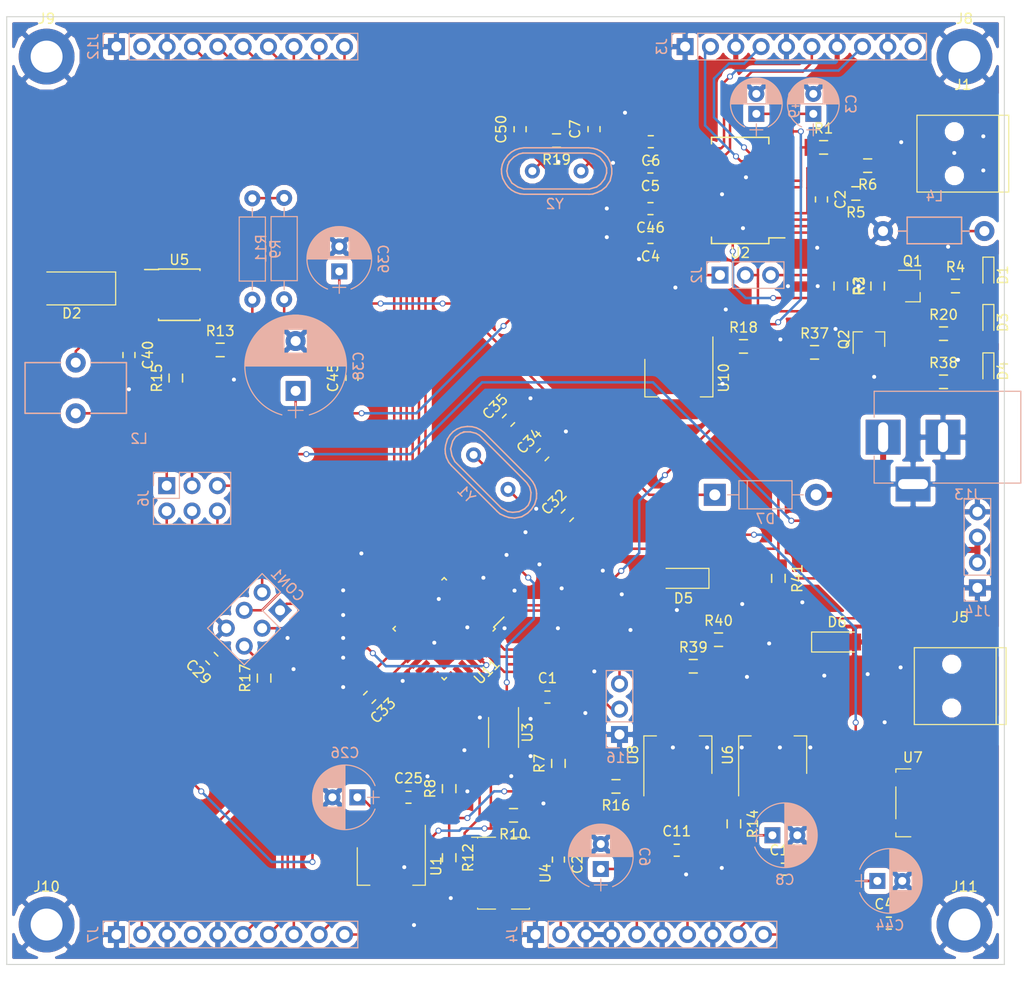
<source format=kicad_pcb>
(kicad_pcb (version 4) (host pcbnew 4.0.7)
  (layers (0 F.Cu signal) (31 B.Cu signal) (34 B.Paste user) (35 F.Paste user) (36 B.SilkS user) (37 F.SilkS user) (38 B.Mask user) (39 F.Mask user) (44 Edge.Cuts user))
  (net 0 "")
  (net 1 GND)
  (net 2 "Net-(D2-Pad1)")
  (net 3 "Net-(C2-Pad2)")
  (net 4 LINE_OUT_RIGHT)
  (net 5 +9V)
  (net 6 +12V)
  (net 7 "Net-(C40-Pad1)")
  (net 8 "Net-(R11-Pad1)")
  (net 9 "Net-(R13-Pad1)")
  (net 10 LINE_IN_LEFT)
  (net 11 LINE_IN_RIGHT)
  (net 12 "Net-(C5-Pad1)")
  (net 13 "Net-(C6-Pad1)")
  (net 14 LINE_OUT_LEFT)
  (net 15 GNDD)
  (net 16 "Net-(C3-Pad1)")
  (net 17 "Net-(C4-Pad1)")
  (net 18 "Net-(C7-Pad1)")
  (net 19 +5V)
  (net 20 "Net-(C46-Pad1)")
  (net 21 "Net-(C49-Pad1)")
  (net 22 "Net-(C50-Pad1)")
  (net 23 "Net-(D7-Pad2)")
  (net 24 CLK)
  (net 25 ROTATOR)
  (net 26 MIXER)
  (net 27 "Net-(J1-Pad3)")
  (net 28 "Net-(C25-Pad1)")
  (net 29 MCU_RESET)
  (net 30 +5VD)
  (net 31 "Net-(C33-Pad1)")
  (net 32 "Net-(J1-Pad1)")
  (net 33 "Net-(J1-Pad2)")
  (net 34 "Net-(R3-Pad2)")
  (net 35 "Net-(C34-Pad1)")
  (net 36 "Net-(C35-Pad1)")
  (net 37 "Net-(R5-Pad2)")
  (net 38 "Net-(R6-Pad2)")
  (net 39 "Net-(D1-Pad2)")
  (net 40 "Net-(Q1-Pad1)")
  (net 41 "Net-(Q1-Pad3)")
  (net 42 "Net-(CON1-Pad1)")
  (net 43 "Net-(CON1-Pad2)")
  (net 44 "Net-(CON1-Pad3)")
  (net 45 "Net-(CON1-Pad4)")
  (net 46 IF_RX_TX)
  (net 47 "Net-(J5-Pad1)")
  (net 48 "Net-(D6-Pad1)")
  (net 49 "Net-(D5-Pad1)")
  (net 50 BAND)
  (net 51 I2C_SDA)
  (net 52 I2C_SCL)
  (net 53 S1_RX_TX)
  (net 54 "Net-(R12-Pad2)")
  (net 55 "Net-(R40-Pad1)")
  (net 56 MCU_SDA)
  (net 57 MCU_SCL)
  (net 58 "Net-(R39-Pad1)")
  (net 59 "Net-(R7-Pad2)")
  (net 60 IO7)
  (net 61 IO8)
  (net 62 IO9)
  (net 63 IO0)
  (net 64 IO1)
  (net 65 IO2)
  (net 66 IO3)
  (net 67 S2_RX_TX)
  (net 68 "Net-(R14-Pad1)")
  (net 69 "Net-(R16-Pad1)")
  (net 70 "Net-(D3-Pad2)")
  (net 71 "Net-(D4-Pad2)")
  (net 72 "Net-(R37-Pad1)")
  (net 73 "Net-(J16-Pad2)")
  (net 74 "Net-(R18-Pad1)")
  (net 75 "Net-(D3-Pad1)")
  (net 76 "Net-(Q2-Pad1)")
  (module Resistors_ThroughHole:R_Axial_DIN0207_L6.3mm_D2.5mm_P10.16mm_Horizontal (layer B.Cu) (at 139.62 68.37 90)
    (fp_text reference R9 (at 5.08 2.31 90) (layer B.SilkS) (effects (justify mirror)))
    (fp_text value 0.49R)
    (pad 1 thru_hole circle (at 0 0 90) (size 1.6 1.6) (drill 0.8) (layers *.Cu *.Mask) (net 6 +12V))
    (pad 2 thru_hole oval (at 10.16 0 90) (size 1.6 1.6) (drill 0.8) (layers *.Cu *.Mask) (net 8 "Net-(R11-Pad1)"))
  )
  (module UI:R_1206_0603 (layer F.Cu) (at 136.398 73.406)
    (fp_text reference R13 (at 0 -1.9) (layer F.SilkS))
    (fp_text value 11k)
    (pad 1 smd rect (at -1.2 0 90) (size 1.7 1.4) (layers F.Cu F.Paste F.Mask) (net 9 "Net-(R13-Pad1)"))
    (pad 2 smd rect (at 1.2 0) (size 1.4 1.7) (layers F.Cu F.Paste F.Mask) (net 1 GND))
  )
  (module UI:C_1206_0603 (layer F.Cu) (at 135.56 104.33 135)
    (fp_text reference C29 (at 0 -1.9 135) (layer F.SilkS))
    (fp_text value 100nF)
    (pad 2 smd rect (at 1.15 0 135) (size 1.6 1.6) (layers F.Cu F.Paste F.Mask) (net 1 GND))
    (pad 1 smd rect (at -1.15 0 135) (size 1.6 1.6) (layers F.Cu F.Paste F.Mask) (net 29 MCU_RESET))
  )
  (module Capacitors_ThroughHole:CP_Radial_D10.0mm_P5.00mm (layer B.Cu) (at 143.96 77.51 90)
    (fp_text reference C38 (at 2.5 6.31 90) (layer B.SilkS) (effects (justify mirror)))
    (fp_text value 1000uF)
    (pad 1 thru_hole rect (at 0 0 90) (size 2 2) (drill 1) (layers *.Cu *.Mask) (net 19 +5V))
    (pad 2 thru_hole circle (at 5 0 90) (size 2 2) (drill 1) (layers *.Cu *.Mask) (net 1 GND))
  )
  (module UI:C_1206_0603 (layer F.Cu) (at 127.254 73.914 270)
    (fp_text reference C40 (at 0 -1.9 270) (layer F.SilkS))
    (fp_text value 180pF)
    (pad 2 smd rect (at 1.15 0 270) (size 1.6 1.6) (layers F.Cu F.Paste F.Mask) (net 1 GND))
    (pad 1 smd rect (at -1.15 0 270) (size 1.6 1.6) (layers F.Cu F.Paste F.Mask) (net 7 "Net-(C40-Pad1)"))
  )
  (module Diodes_SMD:D_SMA_Handsoldering (layer F.Cu) (at 121.52 67.24 180)
    (fp_text reference D2 (at 0 -2.5 180) (layer F.SilkS))
    (fp_text value SS14)
    (pad 1 smd rect (at -2.5 0 180) (size 3.5 1.8) (layers F.Cu F.Paste F.Mask) (net 2 "Net-(D2-Pad1)"))
    (pad 2 smd rect (at 2.5 0 180) (size 3.5 1.8) (layers F.Cu F.Paste F.Mask) (net 1 GND))
  )
  (module Resistors_ThroughHole:R_Axial_DIN0207_L6.3mm_D2.5mm_P10.16mm_Horizontal (layer B.Cu) (at 142.81 58.17 270)
    (fp_text reference R11 (at 5.08 2.31 270) (layer B.SilkS) (effects (justify mirror)))
    (fp_text value 0.49R)
    (pad 1 thru_hole circle (at 0 0 270) (size 1.6 1.6) (drill 0.8) (layers *.Cu *.Mask) (net 8 "Net-(R11-Pad1)"))
    (pad 2 thru_hole oval (at 10.16 0 270) (size 1.6 1.6) (drill 0.8) (layers *.Cu *.Mask) (net 6 +12V))
  )
  (module UI:R_1206_0603 (layer F.Cu) (at 131.95 76.22 90)
    (fp_text reference R15 (at 0 -1.9 90) (layer F.SilkS))
    (fp_text value 18k)
    (pad 1 smd rect (at -1.2 0 180) (size 1.7 1.4) (layers F.Cu F.Paste F.Mask) (net 19 +5V))
    (pad 2 smd rect (at 1.2 0 90) (size 1.4 1.7) (layers F.Cu F.Paste F.Mask) (net 9 "Net-(R13-Pad1)"))
  )
  (module UI:SOIC-8_3.9x4.9mm_Pitch1.27mm (layer F.Cu) (at 132.3 67.87)
    (fp_text reference U5 (at 0 -3.5) (layer F.SilkS))
    (fp_text value MC34063)
    (pad 1 smd rect (at -2.7 -1.905) (size 1.55 0.6) (layers F.Cu F.Paste F.Mask) (net 8 "Net-(R11-Pad1)"))
    (pad 2 smd rect (at -2.7 -0.635) (size 1.55 0.6) (layers F.Cu F.Paste F.Mask) (net 2 "Net-(D2-Pad1)"))
    (pad 3 smd rect (at -2.7 0.635) (size 1.55 0.6) (layers F.Cu F.Paste F.Mask) (net 7 "Net-(C40-Pad1)"))
    (pad 4 smd rect (at -2.7 1.905) (size 1.55 0.6) (layers F.Cu F.Paste F.Mask) (net 1 GND))
    (pad 5 smd rect (at 2.7 1.905) (size 1.55 0.6) (layers F.Cu F.Paste F.Mask) (net 9 "Net-(R13-Pad1)"))
    (pad 6 smd rect (at 2.7 0.635) (size 1.55 0.6) (layers F.Cu F.Paste F.Mask) (net 6 +12V))
    (pad 7 smd rect (at 2.7 -0.635) (size 1.55 0.6) (layers F.Cu F.Paste F.Mask) (net 8 "Net-(R11-Pad1)"))
    (pad 8 smd rect (at 2.7 -1.905) (size 1.55 0.6) (layers F.Cu F.Paste F.Mask) (net 8 "Net-(R11-Pad1)"))
  )
  (module TO_SOT_Packages_SMD:TO-252-2_Rectifier (layer F.Cu) (at 206.4 118.8)
    (fp_text reference U7 (at -0.575 -4.55) (layer F.SilkS))
    (fp_text value 78M09)
    (pad 1 smd rect (at -4.575 -2.3 270) (size 2 3.5) (layers F.Cu F.Paste F.Mask) (net 6 +12V))
    (pad 3 smd rect (at -4.575 2.28 270) (size 2 3.5) (layers F.Cu F.Paste F.Mask) (net 5 +9V))
    (pad 2 smd rect (at 2.825 0 270) (size 7 7) (layers F.Cu F.Paste F.Mask) (net 1 GND))
  )
  (module UI:C_1206_0603 (layer F.Cu) (at 179.53 59.24 180)
    (fp_text reference C46 (at 0 -1.9 180) (layer F.SilkS))
    (fp_text value 100nF)
    (pad 2 smd rect (at 1.15 0 180) (size 1.6 1.6) (layers F.Cu F.Paste F.Mask) (net 1 GND))
    (pad 1 smd rect (at -1.15 0 180) (size 1.6 1.6) (layers F.Cu F.Paste F.Mask) (net 20 "Net-(C46-Pad1)"))
  )
  (module UI:R_1206_0603 (layer F.Cu) (at 170.11 52.42 180)
    (fp_text reference R19 (at 0 -1.9 180) (layer F.SilkS))
    (fp_text value 1M)
    (pad 1 smd rect (at -1.2 0 270) (size 1.7 1.4) (layers F.Cu F.Paste F.Mask) (net 18 "Net-(C7-Pad1)"))
    (pad 2 smd rect (at 1.2 0 180) (size 1.4 1.7) (layers F.Cu F.Paste F.Mask) (net 22 "Net-(C50-Pad1)"))
  )
  (module UI:C_1206_0603 (layer F.Cu) (at 173.87 51.27 90)
    (fp_text reference C7 (at 0 -1.9 90) (layer F.SilkS))
    (fp_text value 22pF)
    (pad 2 smd rect (at 1.15 0 90) (size 1.6 1.6) (layers F.Cu F.Paste F.Mask) (net 1 GND))
    (pad 1 smd rect (at -1.15 0 90) (size 1.6 1.6) (layers F.Cu F.Paste F.Mask) (net 18 "Net-(C7-Pad1)"))
  )
  (module UI:C_1206_0603 (layer F.Cu) (at 166.46 51.28 90)
    (fp_text reference C50 (at 0 -1.9 90) (layer F.SilkS))
    (fp_text value 22pf)
    (pad 2 smd rect (at 1.15 0 90) (size 1.6 1.6) (layers F.Cu F.Paste F.Mask) (net 1 GND))
    (pad 1 smd rect (at -1.15 0 90) (size 1.6 1.6) (layers F.Cu F.Paste F.Mask) (net 22 "Net-(C50-Pad1)"))
  )
  (module Choke_Toroid_ThroughHole:Choke_Toroid_5x10mm_Vertical (layer B.Cu) (at 116.84 74.676)
    (fp_text reference L2 (at 11.43 7.62) (layer B.SilkS) (effects (justify mirror)))
    (fp_text value 100uH)
    (pad 1 thru_hole circle (at 5.08 0) (size 1.99898 1.99898) (drill 1.00076) (layers *.Cu *.Mask) (net 2 "Net-(D2-Pad1)"))
    (pad 2 thru_hole circle (at 5.08 5.08) (size 1.99898 1.99898) (drill 1.00076) (layers *.Cu *.Mask) (net 19 +5V))
  )
  (module Mounting_Holes:MountingHole_3.2mm_M3_DIN965_Pad (layer F.Cu) (at 211 44)
    (fp_text reference J8 (at 0 -3.8) (layer F.SilkS))
    (fp_text value Conn_01x01)
    (pad 1 thru_hole circle (at 0 0) (size 5.6 5.6) (drill 3.2) (layers *.Cu *.Mask) (net 1 GND))
  )
  (module Mounting_Holes:MountingHole_3.2mm_M3_DIN965_Pad (layer F.Cu) (at 119 44)
    (fp_text reference J9 (at 0 -3.8) (layer F.SilkS))
    (fp_text value Conn_01x01)
    (pad 1 thru_hole circle (at 0 0) (size 5.6 5.6) (drill 3.2) (layers *.Cu *.Mask) (net 1 GND))
  )
  (module Mounting_Holes:MountingHole_3.2mm_M3_DIN965_Pad (layer F.Cu) (at 119 131)
    (fp_text reference J10 (at 0 -3.8) (layer F.SilkS))
    (fp_text value Conn_01x01)
    (pad 1 thru_hole circle (at 0 0) (size 5.6 5.6) (drill 3.2) (layers *.Cu *.Mask) (net 1 GND))
  )
  (module Mounting_Holes:MountingHole_3.2mm_M3_DIN965_Pad (layer F.Cu) (at 211 131)
    (fp_text reference J11 (at 0 -3.8) (layer F.SilkS))
    (fp_text value Conn_01x01)
    (pad 1 thru_hole circle (at 0 0) (size 5.6 5.6) (drill 3.2) (layers *.Cu *.Mask) (net 1 GND))
  )
  (module Choke_Axial_ThroughHole:Choke_Horizontal_RM10mm (layer B.Cu) (at 208 61.49 180)
    (fp_text reference L4 (at 0 3.50012 180) (layer B.SilkS) (effects (justify mirror)))
    (fp_text value 100uH)
    (pad 1 thru_hole circle (at -5.00126 0 180) (size 1.99898 1.99898) (drill 1.00076) (layers *.Cu *.Mask) (net 15 GNDD))
    (pad 2 thru_hole circle (at 5.15874 0 180) (size 1.99898 1.99898) (drill 1.00076) (layers *.Cu *.Mask) (net 1 GND))
  )
  (module UI:C_1206_0603 (layer F.Cu) (at 171.2 90 45)
    (fp_text reference C32 (at 0 -1.9 45) (layer F.SilkS))
    (fp_text value 100nF)
    (pad 2 smd rect (at 1.15 0 45) (size 1.6 1.6) (layers F.Cu F.Paste F.Mask) (net 1 GND))
    (pad 1 smd rect (at -1.15 0 45) (size 1.6 1.6) (layers F.Cu F.Paste F.Mask) (net 30 +5VD))
  )
  (module Connectors:BARREL_JACK (layer B.Cu) (at 202.85 82.15 180)
    (fp_text reference J13 (at -8.45 -5.75 360) (layer B.SilkS) (effects (justify mirror)))
    (fp_text value Jack-DC)
    (pad 1 thru_hole rect (at 0 0 180) (size 3.5 3.5) (drill oval 1 3) (layers *.Cu *.Mask) (net 23 "Net-(D7-Pad2)"))
    (pad 2 thru_hole rect (at -6 0 180) (size 3.5 3.5) (drill oval 1 3) (layers *.Cu *.Mask) (net 1 GND))
    (pad 3 thru_hole rect (at -3 -4.7 180) (size 3.5 3.5) (drill oval 3 1) (layers *.Cu *.Mask) (net 1 GND))
  )
  (module UI:C_1206_0603 (layer F.Cu) (at 196.67 58.32 270)
    (fp_text reference C2 (at 0 -1.9 270) (layer F.SilkS))
    (fp_text value 1uF)
    (pad 2 smd rect (at 1.15 0 270) (size 1.6 1.6) (layers F.Cu F.Paste F.Mask) (net 3 "Net-(C2-Pad2)"))
    (pad 1 smd rect (at -1.15 0 270) (size 1.6 1.6) (layers F.Cu F.Paste F.Mask) (net 15 GNDD))
  )
  (module Capacitors_THT:CP_Radial_D5.0mm_P2.00mm (layer B.Cu) (at 195.85 49.74 90)
    (fp_text reference C3 (at 1 3.81 90) (layer B.SilkS) (effects (justify mirror)))
    (fp_text value 10uF)
    (pad 1 thru_hole rect (at 0 0 90) (size 1.6 1.6) (drill 0.8) (layers *.Cu *.Mask) (net 16 "Net-(C3-Pad1)"))
    (pad 2 thru_hole circle (at 2 0 90) (size 1.6 1.6) (drill 0.8) (layers *.Cu *.Mask) (net 1 GND))
  )
  (module UI:C_1206_0603 (layer F.Cu) (at 179.53 62.13 180)
    (fp_text reference C4 (at 0 -1.9 180) (layer F.SilkS))
    (fp_text value 100nF)
    (pad 2 smd rect (at 1.15 0 180) (size 1.6 1.6) (layers F.Cu F.Paste F.Mask) (net 1 GND))
    (pad 1 smd rect (at -1.15 0 180) (size 1.6 1.6) (layers F.Cu F.Paste F.Mask) (net 17 "Net-(C4-Pad1)"))
  )
  (module UI:C_1206_0603 (layer F.Cu) (at 179.52 55.07 180)
    (fp_text reference C5 (at 0 -1.9 180) (layer F.SilkS))
    (fp_text value 100nF)
    (pad 2 smd rect (at 1.15 0 180) (size 1.6 1.6) (layers F.Cu F.Paste F.Mask) (net 1 GND))
    (pad 1 smd rect (at -1.15 0 180) (size 1.6 1.6) (layers F.Cu F.Paste F.Mask) (net 12 "Net-(C5-Pad1)"))
  )
  (module UI:C_1206_0603 (layer F.Cu) (at 179.56 52.53 180)
    (fp_text reference C6 (at 0 -1.9 180) (layer F.SilkS))
    (fp_text value 100nF)
    (pad 2 smd rect (at 1.15 0 180) (size 1.6 1.6) (layers F.Cu F.Paste F.Mask) (net 1 GND))
    (pad 1 smd rect (at -1.15 0 180) (size 1.6 1.6) (layers F.Cu F.Paste F.Mask) (net 13 "Net-(C6-Pad1)"))
  )
  (module UI:C_1206_0603 (layer F.Cu) (at 151.375 108.225 225)
    (fp_text reference C33 (at 0 -1.9 225) (layer F.SilkS))
    (fp_text value 100nF)
    (pad 2 smd rect (at 1.15 0 225) (size 1.6 1.6) (layers F.Cu F.Paste F.Mask) (net 1 GND))
    (pad 1 smd rect (at -1.15 0 225) (size 1.6 1.6) (layers F.Cu F.Paste F.Mask) (net 31 "Net-(C33-Pad1)"))
  )
  (module Capacitors_THT:CP_Radial_D6.3mm_P2.50mm (layer B.Cu) (at 148.336 65.532 90)
    (fp_text reference C36 (at 1.25 4.46 90) (layer B.SilkS) (effects (justify mirror)))
    (fp_text value 10uF)
    (pad 1 thru_hole rect (at 0 0 90) (size 1.6 1.6) (drill 0.8) (layers *.Cu *.Mask) (net 6 +12V))
    (pad 2 thru_hole circle (at 2.5 0 90) (size 1.6 1.6) (drill 0.8) (layers *.Cu *.Mask) (net 1 GND))
  )
  (module Capacitors_THT:CP_Radial_D5.0mm_P2.00mm (layer B.Cu) (at 190.14 49.74 90)
    (fp_text reference C49 (at 1 3.81 90) (layer B.SilkS) (effects (justify mirror)))
    (fp_text value 10uF)
    (pad 1 thru_hole rect (at 0 0 90) (size 1.6 1.6) (drill 0.8) (layers *.Cu *.Mask) (net 21 "Net-(C49-Pad1)"))
    (pad 2 thru_hole circle (at 2 0 90) (size 1.6 1.6) (drill 0.8) (layers *.Cu *.Mask) (net 1 GND))
  )
  (module Pin_Headers:Pin_Header_Straight_1x10_Pitch2.54mm (layer B.Cu) (at 183 43 270)
    (fp_text reference J3 (at 0 2.33 270) (layer B.SilkS) (effects (justify mirror)))
    (fp_text value Conn_01x10)
    (pad 1 thru_hole rect (at 0 0 270) (size 1.7 1.7) (drill 1) (layers *.Cu *.Mask) (net 1 GND))
    (pad 2 thru_hole oval (at 0 -2.54 270) (size 1.7 1.7) (drill 1) (layers *.Cu *.Mask) (net 10 LINE_IN_LEFT))
    (pad 3 thru_hole oval (at 0 -5.08 270) (size 1.7 1.7) (drill 1) (layers *.Cu *.Mask) (net 1 GND))
    (pad 4 thru_hole oval (at 0 -7.62 270) (size 1.7 1.7) (drill 1) (layers *.Cu *.Mask) (net 11 LINE_IN_RIGHT))
    (pad 5 thru_hole oval (at 0 -10.16 270) (size 1.7 1.7) (drill 1) (layers *.Cu *.Mask) (net 1 GND))
    (pad 6 thru_hole oval (at 0 -12.7 270) (size 1.7 1.7) (drill 1) (layers *.Cu *.Mask) (net 14 LINE_OUT_LEFT))
    (pad 7 thru_hole oval (at 0 -15.24 270) (size 1.7 1.7) (drill 1) (layers *.Cu *.Mask) (net 1 GND))
    (pad 8 thru_hole oval (at 0 -17.78 270) (size 1.7 1.7) (drill 1) (layers *.Cu *.Mask) (net 4 LINE_OUT_RIGHT))
    (pad 9 thru_hole oval (at 0 -20.32 270) (size 1.7 1.7) (drill 1) (layers *.Cu *.Mask) (net 1 GND))
    (pad 10 thru_hole oval (at 0 -22.86 270) (size 1.7 1.7) (drill 1) (layers *.Cu *.Mask))
  )
  (module Pin_Headers:Pin_Header_Straight_1x10_Pitch2.54mm (layer B.Cu) (at 168 132 270)
    (fp_text reference J4 (at 0 2.33 270) (layer B.SilkS) (effects (justify mirror)))
    (fp_text value Conn_01x10)
    (pad 1 thru_hole rect (at 0 0 270) (size 1.7 1.7) (drill 1) (layers *.Cu *.Mask) (net 1 GND))
    (pad 2 thru_hole oval (at 0 -2.54 270) (size 1.7 1.7) (drill 1) (layers *.Cu *.Mask) (net 24 CLK))
    (pad 3 thru_hole oval (at 0 -5.08 270) (size 1.7 1.7) (drill 1) (layers *.Cu *.Mask) (net 1 GND))
    (pad 4 thru_hole oval (at 0 -7.62 270) (size 1.7 1.7) (drill 1) (layers *.Cu *.Mask) (net 1 GND))
    (pad 5 thru_hole oval (at 0 -10.16 270) (size 1.7 1.7) (drill 1) (layers *.Cu *.Mask) (net 25 ROTATOR))
    (pad 6 thru_hole oval (at 0 -12.7 270) (size 1.7 1.7) (drill 1) (layers *.Cu *.Mask) (net 1 GND))
    (pad 7 thru_hole oval (at 0 -15.24 270) (size 1.7 1.7) (drill 1) (layers *.Cu *.Mask) (net 26 MIXER))
    (pad 8 thru_hole oval (at 0 -17.78 270) (size 1.7 1.7) (drill 1) (layers *.Cu *.Mask) (net 1 GND))
    (pad 9 thru_hole oval (at 0 -20.32 270) (size 1.7 1.7) (drill 1) (layers *.Cu *.Mask) (net 46 IF_RX_TX))
    (pad 10 thru_hole oval (at 0 -22.86 270) (size 1.7 1.7) (drill 1) (layers *.Cu *.Mask) (net 5 +9V))
  )
  (module Pin_Headers:Pin_Header_Straight_1x10_Pitch2.54mm (layer B.Cu) (at 126 132 270)
    (fp_text reference J7 (at 0 2.33 270) (layer B.SilkS) (effects (justify mirror)))
    (fp_text value Conn_01x10)
    (pad 1 thru_hole rect (at 0 0 270) (size 1.7 1.7) (drill 1) (layers *.Cu *.Mask) (net 1 GND))
    (pad 2 thru_hole oval (at 0 -2.54 270) (size 1.7 1.7) (drill 1) (layers *.Cu *.Mask) (net 50 BAND))
    (pad 3 thru_hole oval (at 0 -5.08 270) (size 1.7 1.7) (drill 1) (layers *.Cu *.Mask) (net 1 GND))
    (pad 4 thru_hole oval (at 0 -7.62 270) (size 1.7 1.7) (drill 1) (layers *.Cu *.Mask))
    (pad 5 thru_hole oval (at 0 -10.16 270) (size 1.7 1.7) (drill 1) (layers *.Cu *.Mask) (net 1 GND))
    (pad 6 thru_hole oval (at 0 -12.7 270) (size 1.7 1.7) (drill 1) (layers *.Cu *.Mask) (net 60 IO7))
    (pad 7 thru_hole oval (at 0 -15.24 270) (size 1.7 1.7) (drill 1) (layers *.Cu *.Mask) (net 61 IO8))
    (pad 8 thru_hole oval (at 0 -17.78 270) (size 1.7 1.7) (drill 1) (layers *.Cu *.Mask) (net 62 IO9))
    (pad 9 thru_hole oval (at 0 -20.32 270) (size 1.7 1.7) (drill 1) (layers *.Cu *.Mask) (net 51 I2C_SDA))
    (pad 10 thru_hole oval (at 0 -22.86 270) (size 1.7 1.7) (drill 1) (layers *.Cu *.Mask) (net 52 I2C_SCL))
  )
  (module Pin_Headers:Pin_Header_Straight_1x10_Pitch2.54mm (layer B.Cu) (at 126 43 270)
    (fp_text reference J12 (at 0 2.33 270) (layer B.SilkS) (effects (justify mirror)))
    (fp_text value Conn_01x10)
    (pad 1 thru_hole rect (at 0 0 270) (size 1.7 1.7) (drill 1) (layers *.Cu *.Mask) (net 1 GND))
    (pad 2 thru_hole oval (at 0 -2.54 270) (size 1.7 1.7) (drill 1) (layers *.Cu *.Mask))
    (pad 3 thru_hole oval (at 0 -5.08 270) (size 1.7 1.7) (drill 1) (layers *.Cu *.Mask) (net 1 GND))
    (pad 4 thru_hole oval (at 0 -7.62 270) (size 1.7 1.7) (drill 1) (layers *.Cu *.Mask) (net 63 IO0))
    (pad 5 thru_hole oval (at 0 -10.16 270) (size 1.7 1.7) (drill 1) (layers *.Cu *.Mask) (net 64 IO1))
    (pad 6 thru_hole oval (at 0 -12.7 270) (size 1.7 1.7) (drill 1) (layers *.Cu *.Mask) (net 65 IO2))
    (pad 7 thru_hole oval (at 0 -15.24 270) (size 1.7 1.7) (drill 1) (layers *.Cu *.Mask) (net 66 IO3))
    (pad 8 thru_hole oval (at 0 -17.78 270) (size 1.7 1.7) (drill 1) (layers *.Cu *.Mask) (net 53 S1_RX_TX))
    (pad 9 thru_hole oval (at 0 -20.32 270) (size 1.7 1.7) (drill 1) (layers *.Cu *.Mask) (net 67 S2_RX_TX))
    (pad 10 thru_hole oval (at 0 -22.86 270) (size 1.7 1.7) (drill 1) (layers *.Cu *.Mask) (net 6 +12V))
  )
  (module UI:R_1206_0603 (layer F.Cu) (at 196.88 53.1)
    (fp_text reference R1 (at 0 -1.9) (layer F.SilkS))
    (fp_text value 1.5k)
    (pad 1 smd rect (at -1.2 0 90) (size 1.7 1.4) (layers F.Cu F.Paste F.Mask) (net 17 "Net-(C4-Pad1)"))
    (pad 2 smd rect (at 1.2 0) (size 1.4 1.7) (layers F.Cu F.Paste F.Mask) (net 27 "Net-(J1-Pad3)"))
  )
  (module SOT-223 (layer F.Cu) (at 153.55 125.15 270)
    (fp_text reference U1 (at 0 -4.5 270) (layer F.SilkS))
    (fp_text value LD1117S33TR)
    (pad 4 smd rect (at 3.15 0 270) (size 2 3.8) (layers F.Cu F.Paste F.Mask))
    (pad 2 smd rect (at -3.15 0 270) (size 2 1.5) (layers F.Cu F.Paste F.Mask) (net 28 "Net-(C25-Pad1)"))
    (pad 3 smd rect (at -3.15 2.3 270) (size 2 1.5) (layers F.Cu F.Paste F.Mask) (net 19 +5V))
    (pad 1 smd rect (at -3.15 -2.3 270) (size 2 1.5) (layers F.Cu F.Paste F.Mask) (net 1 GND))
  )
  (module Housings_SSOP:SSOP-28_5.3x10.2mm_Pitch0.65mm (layer F.Cu) (at 188.52 57.42 180)
    (fp_text reference U2 (at 0 -6.25 180) (layer F.SilkS))
    (fp_text value PCM2900C)
    (pad 1 smd rect (at -3.6 -4.225 180) (size 1.75 0.45) (layers F.Cu F.Paste F.Mask) (net 38 "Net-(R6-Pad2)"))
    (pad 2 smd rect (at -3.6 -3.575 180) (size 1.75 0.45) (layers F.Cu F.Paste F.Mask) (net 37 "Net-(R5-Pad2)"))
    (pad 3 smd rect (at -3.6 -2.925 180) (size 1.75 0.45) (layers F.Cu F.Paste F.Mask) (net 3 "Net-(C2-Pad2)"))
    (pad 4 smd rect (at -3.6 -2.275 180) (size 1.75 0.45) (layers F.Cu F.Paste F.Mask) (net 15 GNDD))
    (pad 5 smd rect (at -3.6 -1.625 180) (size 1.75 0.45) (layers F.Cu F.Paste F.Mask))
    (pad 6 smd rect (at -3.6 -0.975 180) (size 1.75 0.45) (layers F.Cu F.Paste F.Mask))
    (pad 7 smd rect (at -3.6 -0.325 180) (size 1.75 0.45) (layers F.Cu F.Paste F.Mask))
    (pad 8 smd rect (at -3.6 0.325 180) (size 1.75 0.45) (layers F.Cu F.Paste F.Mask) (net 17 "Net-(C4-Pad1)"))
    (pad 9 smd rect (at -3.6 0.975 180) (size 1.75 0.45) (layers F.Cu F.Paste F.Mask) (net 17 "Net-(C4-Pad1)"))
    (pad 10 smd rect (at -3.6 1.625 180) (size 1.75 0.45) (layers F.Cu F.Paste F.Mask) (net 16 "Net-(C3-Pad1)"))
    (pad 11 smd rect (at -3.6 2.275 180) (size 1.75 0.45) (layers F.Cu F.Paste F.Mask) (net 1 GND))
    (pad 12 smd rect (at -3.6 2.925 180) (size 1.75 0.45) (layers F.Cu F.Paste F.Mask) (net 10 LINE_IN_LEFT))
    (pad 13 smd rect (at -3.6 3.575 180) (size 1.75 0.45) (layers F.Cu F.Paste F.Mask) (net 11 LINE_IN_RIGHT))
    (pad 14 smd rect (at -3.6 4.225 180) (size 1.75 0.45) (layers F.Cu F.Paste F.Mask) (net 21 "Net-(C49-Pad1)"))
    (pad 15 smd rect (at 3.6 4.225 180) (size 1.75 0.45) (layers F.Cu F.Paste F.Mask) (net 4 LINE_OUT_RIGHT))
    (pad 16 smd rect (at 3.6 3.575 180) (size 1.75 0.45) (layers F.Cu F.Paste F.Mask) (net 14 LINE_OUT_LEFT))
    (pad 17 smd rect (at 3.6 2.925 180) (size 1.75 0.45) (layers F.Cu F.Paste F.Mask) (net 13 "Net-(C6-Pad1)"))
    (pad 18 smd rect (at 3.6 2.275 180) (size 1.75 0.45) (layers F.Cu F.Paste F.Mask) (net 1 GND))
    (pad 19 smd rect (at 3.6 1.625 180) (size 1.75 0.45) (layers F.Cu F.Paste F.Mask) (net 12 "Net-(C5-Pad1)"))
    (pad 20 smd rect (at 3.6 0.975 180) (size 1.75 0.45) (layers F.Cu F.Paste F.Mask) (net 18 "Net-(C7-Pad1)"))
    (pad 21 smd rect (at 3.6 0.325 180) (size 1.75 0.45) (layers F.Cu F.Paste F.Mask) (net 22 "Net-(C50-Pad1)"))
    (pad 22 smd rect (at 3.6 -0.325 180) (size 1.75 0.45) (layers F.Cu F.Paste F.Mask) (net 1 GND))
    (pad 23 smd rect (at 3.6 -0.975 180) (size 1.75 0.45) (layers F.Cu F.Paste F.Mask) (net 20 "Net-(C46-Pad1)"))
    (pad 24 smd rect (at 3.6 -1.625 180) (size 1.75 0.45) (layers F.Cu F.Paste F.Mask) (net 1 GND))
    (pad 25 smd rect (at 3.6 -2.275 180) (size 1.75 0.45) (layers F.Cu F.Paste F.Mask))
    (pad 26 smd rect (at 3.6 -2.925 180) (size 1.75 0.45) (layers F.Cu F.Paste F.Mask) (net 1 GND))
    (pad 27 smd rect (at 3.6 -3.575 180) (size 1.75 0.45) (layers F.Cu F.Paste F.Mask) (net 17 "Net-(C4-Pad1)"))
    (pad 28 smd rect (at 3.6 -4.225 180) (size 1.75 0.45) (layers F.Cu F.Paste F.Mask) (net 34 "Net-(R3-Pad2)"))
  )
  (module Oscillators:Oscillator_SMD_SI570_SI571_Standard (layer F.Cu) (at 164.8 125.85 270)
    (fp_text reference U4 (at 0 -4.2 270) (layer F.SilkS))
    (fp_text value Si570)
    (pad 1 smd rect (at -2.5 2.1 270) (size 1.7 2.15) (layers F.Cu F.Paste F.Mask))
    (pad 2 smd rect (at 0 2.1 270) (size 1.7 2.15) (layers F.Cu F.Paste F.Mask) (net 54 "Net-(R12-Pad2)"))
    (pad 3 smd rect (at 2.5 2.1 270) (size 1.7 2.15) (layers F.Cu F.Paste F.Mask) (net 1 GND))
    (pad 4 smd rect (at 2.5 -2.1 270) (size 1.7 2.15) (layers F.Cu F.Paste F.Mask) (net 24 CLK))
    (pad 5 smd rect (at 0 -2.1 270) (size 1.7 2.15) (layers F.Cu F.Paste F.Mask))
    (pad 6 smd rect (at -2.5 -2.1 270) (size 1.7 2.15) (layers F.Cu F.Paste F.Mask) (net 28 "Net-(C25-Pad1)"))
    (pad 7 smd rect (at -2.85 0 270) (size 1.55 1.3) (layers F.Cu F.Paste F.Mask) (net 51 I2C_SDA))
    (pad 8 smd rect (at 2.85 0 270) (size 1.55 1.3) (layers F.Cu F.Paste F.Mask) (net 52 I2C_SCL))
  )
  (module SOT-223 (layer F.Cu) (at 191.775 114 90)
    (fp_text reference U6 (at 0 -4.5 90) (layer F.SilkS))
    (fp_text value LD1117S33CTR)
    (pad 4 smd rect (at 3.15 0 90) (size 2 3.8) (layers F.Cu F.Paste F.Mask))
    (pad 2 smd rect (at -3.15 0 90) (size 2 1.5) (layers F.Cu F.Paste F.Mask) (net 26 MIXER))
    (pad 3 smd rect (at -3.15 2.3 90) (size 2 1.5) (layers F.Cu F.Paste F.Mask) (net 19 +5V))
    (pad 1 smd rect (at -3.15 -2.3 90) (size 2 1.5) (layers F.Cu F.Paste F.Mask) (net 68 "Net-(R14-Pad1)"))
  )
  (module SOT-223 (layer F.Cu) (at 182.275 114 90)
    (fp_text reference U8 (at 0 -4.5 90) (layer F.SilkS))
    (fp_text value LD1117S33CTR)
    (pad 4 smd rect (at 3.15 0 90) (size 2 3.8) (layers F.Cu F.Paste F.Mask))
    (pad 2 smd rect (at -3.15 0 90) (size 2 1.5) (layers F.Cu F.Paste F.Mask) (net 25 ROTATOR))
    (pad 3 smd rect (at -3.15 2.3 90) (size 2 1.5) (layers F.Cu F.Paste F.Mask) (net 19 +5V))
    (pad 1 smd rect (at -3.15 -2.3 90) (size 2 1.5) (layers F.Cu F.Paste F.Mask) (net 69 "Net-(R16-Pad1)"))
  )
  (module SOT-223 (layer F.Cu) (at 182.375 76.2 270)
    (fp_text reference U10 (at 0 -4.5 270) (layer F.SilkS))
    (fp_text value LD1117S33CTR)
    (pad 4 smd rect (at 3.15 0 270) (size 2 3.8) (layers F.Cu F.Paste F.Mask))
    (pad 2 smd rect (at -3.15 0 270) (size 2 1.5) (layers F.Cu F.Paste F.Mask) (net 16 "Net-(C3-Pad1)"))
    (pad 3 smd rect (at -3.15 2.3 270) (size 2 1.5) (layers F.Cu F.Paste F.Mask) (net 19 +5V))
    (pad 1 smd rect (at -3.15 -2.3 270) (size 2 1.5) (layers F.Cu F.Paste F.Mask) (net 74 "Net-(R18-Pad1)"))
  )
  (module Connectors:USB_Mini-B (layer F.Cu) (at 210.19 53.73 180)
    (fp_text reference J1 (at -0.65 6.9 180) (layer F.SilkS))
    (fp_text value USB_B_Mini)
    (pad 1 smd rect (at 2.8 -1.6 180) (size 2.3 0.5) (layers F.Cu F.Paste F.Mask) (net 32 "Net-(J1-Pad1)"))
    (pad 2 smd rect (at 2.8 -0.8 180) (size 2.3 0.5) (layers F.Cu F.Paste F.Mask) (net 33 "Net-(J1-Pad2)"))
    (pad 3 smd rect (at 2.8 0 180) (size 2.3 0.5) (layers F.Cu F.Paste F.Mask) (net 27 "Net-(J1-Pad3)"))
    (pad 4 smd rect (at 2.8 0.8 180) (size 2.3 0.5) (layers F.Cu F.Paste F.Mask))
    (pad 5 smd rect (at 2.8 1.6 180) (size 2.3 0.5) (layers F.Cu F.Paste F.Mask) (net 15 GNDD))
    (pad 6 smd rect (at 2.7 -4.45 180) (size 2.5 2) (layers F.Cu F.Paste F.Mask) (net 15 GNDD))
    (pad 6 smd rect (at -2.8 -4.45 180) (size 2.5 2) (layers F.Cu F.Paste F.Mask) (net 15 GNDD))
    (pad 6 smd rect (at 2.7 4.45 180) (size 2.5 2) (layers F.Cu F.Paste F.Mask) (net 15 GNDD))
    (pad 6 smd rect (at -2.8 4.45 180) (size 2.5 2) (layers F.Cu F.Paste F.Mask) (net 15 GNDD))
    (pad "" np_thru_hole circle (at 0.2 -2.2 180) (size 0.9 0.9) (drill 0.9) (layers *.Cu *.Mask))
    (pad "" np_thru_hole circle (at 0.2 2.2 180) (size 0.9 0.9) (drill 0.9) (layers *.Cu *.Mask))
  )
  (module Connectors:USB_Mini-B (layer F.Cu) (at 209.925 107.1 180)
    (fp_text reference J5 (at -0.65 6.9 180) (layer F.SilkS))
    (fp_text value USB_OTG)
    (pad 1 smd rect (at 2.8 -1.6 180) (size 2.3 0.5) (layers F.Cu F.Paste F.Mask) (net 47 "Net-(J5-Pad1)"))
    (pad 2 smd rect (at 2.8 -0.8 180) (size 2.3 0.5) (layers F.Cu F.Paste F.Mask) (net 48 "Net-(D6-Pad1)"))
    (pad 3 smd rect (at 2.8 0 180) (size 2.3 0.5) (layers F.Cu F.Paste F.Mask) (net 49 "Net-(D5-Pad1)"))
    (pad 4 smd rect (at 2.8 0.8 180) (size 2.3 0.5) (layers F.Cu F.Paste F.Mask))
    (pad 5 smd rect (at 2.8 1.6 180) (size 2.3 0.5) (layers F.Cu F.Paste F.Mask) (net 1 GND))
    (pad 6 smd rect (at 2.7 -4.45 180) (size 2.5 2) (layers F.Cu F.Paste F.Mask) (net 1 GND))
    (pad 6 smd rect (at -2.8 -4.45 180) (size 2.5 2) (layers F.Cu F.Paste F.Mask) (net 1 GND))
    (pad 6 smd rect (at 2.7 4.45 180) (size 2.5 2) (layers F.Cu F.Paste F.Mask) (net 1 GND))
    (pad 6 smd rect (at -2.8 4.45 180) (size 2.5 2) (layers F.Cu F.Paste F.Mask) (net 1 GND))
    (pad "" np_thru_hole circle (at 0.2 -2.2 180) (size 0.9 0.9) (drill 0.9) (layers *.Cu *.Mask))
    (pad "" np_thru_hole circle (at 0.2 2.2 180) (size 0.9 0.9) (drill 0.9) (layers *.Cu *.Mask))
  )
  (module UI:Crystal_HC49-U_Vertical (layer B.Cu) (at 170.13 55.47 180)
    (fp_text reference Y2 (at 0.2 -3.3 360) (layer B.SilkS) (effects (justify mirror)))
    (fp_text value 12Mhz hide)
    (pad 1 thru_hole circle (at -2.44094 0 180) (size 1.50114 1.50114) (drill 0.8001) (layers *.Cu *.Mask) (net 18 "Net-(C7-Pad1)"))
    (pad 2 thru_hole circle (at 2.44094 0 180) (size 1.50114 1.50114) (drill 0.8001) (layers *.Cu *.Mask) (net 22 "Net-(C50-Pad1)"))
  )
  (module UI:Crystal_HC49-U_Vertical (layer B.Cu) (at 163.525 85.65 135)
    (fp_text reference Y1 (at 0.2 -3.3 315) (layer B.SilkS) (effects (justify mirror)))
    (fp_text value 20Mhz hide)
    (pad 1 thru_hole circle (at -2.44094 0 135) (size 1.50114 1.50114) (drill 0.8001) (layers *.Cu *.Mask) (net 35 "Net-(C34-Pad1)"))
    (pad 2 thru_hole circle (at 2.44094 0 135) (size 1.50114 1.50114) (drill 0.8001) (layers *.Cu *.Mask) (net 36 "Net-(C35-Pad1)"))
  )
  (module UI:R_1206_0603 (layer F.Cu) (at 200.11 57.72 180)
    (fp_text reference R5 (at 0 -1.9 180) (layer F.SilkS))
    (fp_text value 22R)
    (pad 1 smd rect (at -1.2 0 270) (size 1.7 1.4) (layers F.Cu F.Paste F.Mask) (net 33 "Net-(J1-Pad2)"))
    (pad 2 smd rect (at 1.2 0 180) (size 1.4 1.7) (layers F.Cu F.Paste F.Mask) (net 37 "Net-(R5-Pad2)"))
  )
  (module UI:R_1206_0603 (layer F.Cu) (at 201.3 54.93 180)
    (fp_text reference R6 (at 0 -1.9 180) (layer F.SilkS))
    (fp_text value 22R)
    (pad 1 smd rect (at -1.2 0 270) (size 1.7 1.4) (layers F.Cu F.Paste F.Mask) (net 27 "Net-(J1-Pad3)"))
    (pad 2 smd rect (at 1.2 0 180) (size 1.4 1.7) (layers F.Cu F.Paste F.Mask) (net 38 "Net-(R6-Pad2)"))
  )
  (module Pin_Headers:Pin_Header_Straight_1x03_Pitch2.54mm (layer B.Cu) (at 186.5 65.9 270)
    (fp_text reference J2 (at 0 2.33 270) (layer B.SilkS) (effects (justify mirror)))
    (fp_text value Power)
    (pad 1 thru_hole rect (at 0 0 270) (size 1.7 1.7) (drill 1) (layers *.Cu *.Mask) (net 19 +5V))
    (pad 2 thru_hole oval (at 0 -2.54 270) (size 1.7 1.7) (drill 1) (layers *.Cu *.Mask) (net 3 "Net-(C2-Pad2)"))
    (pad 3 thru_hole oval (at 0 -5.08 270) (size 1.7 1.7) (drill 1) (layers *.Cu *.Mask) (net 32 "Net-(J1-Pad1)"))
  )
  (module LEDs:LED_0603_HandSoldering (layer F.Cu) (at 213.4 65.9 270)
    (fp_text reference D1 (at 0 -1.45 270) (layer F.SilkS))
    (fp_text value LED)
    (pad 1 smd rect (at -1.1 0 270) (size 1.2 0.9) (layers F.Cu F.Paste F.Mask) (net 1 GND))
    (pad 2 smd rect (at 1.1 0 270) (size 1.2 0.9) (layers F.Cu F.Paste F.Mask) (net 39 "Net-(D1-Pad2)"))
  )
  (module UI:R_1206_0603 (layer F.Cu) (at 202.3 67 90)
    (fp_text reference R2 (at 0 -1.9 90) (layer F.SilkS))
    (fp_text value 33k)
    (pad 1 smd rect (at -1.2 0 180) (size 1.7 1.4) (layers F.Cu F.Paste F.Mask) (net 3 "Net-(C2-Pad2)"))
    (pad 2 smd rect (at 1.2 0 90) (size 1.4 1.7) (layers F.Cu F.Paste F.Mask) (net 40 "Net-(Q1-Pad1)"))
  )
  (module UI:R_1206_0603 (layer F.Cu) (at 198.6 67 270)
    (fp_text reference R3 (at 0 -1.9 270) (layer F.SilkS))
    (fp_text value 100k)
    (pad 1 smd rect (at -1.2 0) (size 1.7 1.4) (layers F.Cu F.Paste F.Mask) (net 40 "Net-(Q1-Pad1)"))
    (pad 2 smd rect (at 1.2 0 270) (size 1.4 1.7) (layers F.Cu F.Paste F.Mask) (net 34 "Net-(R3-Pad2)"))
  )
  (module UI:R_1206_0603 (layer F.Cu) (at 210.1 67)
    (fp_text reference R4 (at 0 -1.9) (layer F.SilkS))
    (fp_text value 1.5k)
    (pad 1 smd rect (at -1.2 0 90) (size 1.7 1.4) (layers F.Cu F.Paste F.Mask) (net 41 "Net-(Q1-Pad3)"))
    (pad 2 smd rect (at 1.2 0) (size 1.4 1.7) (layers F.Cu F.Paste F.Mask) (net 39 "Net-(D1-Pad2)"))
  )
  (module TO_SOT_Packages_SMD:SOT-23 (layer F.Cu) (at 205.8 67)
    (fp_text reference Q1 (at 0 -2.5) (layer F.SilkS))
    (fp_text value MMBT2907LT1G)
    (pad 1 smd rect (at -1 -0.95) (size 0.9 0.8) (layers F.Cu F.Paste F.Mask) (net 40 "Net-(Q1-Pad1)"))
    (pad 2 smd rect (at -1 0.95) (size 0.9 0.8) (layers F.Cu F.Paste F.Mask) (net 3 "Net-(C2-Pad2)"))
    (pad 3 smd rect (at 1 0) (size 0.9 0.8) (layers F.Cu F.Paste F.Mask) (net 41 "Net-(Q1-Pad3)"))
  )
  (module Housings_QFP:TQFP-32_7x7mm_Pitch0.8mm (layer F.Cu) (at 158.85 101.35 225)
    (fp_text reference U11 (at 0 -6.05 225) (layer F.SilkS))
    (fp_text value ATMEGA8-16AU)
    (pad 1 smd rect (at -4.25 -2.8 225) (size 1.6 0.55) (layers F.Cu F.Paste F.Mask) (net 55 "Net-(R40-Pad1)"))
    (pad 2 smd rect (at -4.25 -2 225) (size 1.6 0.55) (layers F.Cu F.Paste F.Mask) (net 72 "Net-(R37-Pad1)"))
    (pad 3 smd rect (at -4.25 -1.2 225) (size 1.6 0.55) (layers F.Cu F.Paste F.Mask) (net 1 GND))
    (pad 4 smd rect (at -4.25 -0.4 225) (size 1.6 0.55) (layers F.Cu F.Paste F.Mask) (net 30 +5VD))
    (pad 5 smd rect (at -4.25 0.4 225) (size 1.6 0.55) (layers F.Cu F.Paste F.Mask) (net 1 GND))
    (pad 6 smd rect (at -4.25 1.2 225) (size 1.6 0.55) (layers F.Cu F.Paste F.Mask) (net 30 +5VD))
    (pad 7 smd rect (at -4.25 2 225) (size 1.6 0.55) (layers F.Cu F.Paste F.Mask) (net 35 "Net-(C34-Pad1)"))
    (pad 8 smd rect (at -4.25 2.8 225) (size 1.6 0.55) (layers F.Cu F.Paste F.Mask) (net 36 "Net-(C35-Pad1)"))
    (pad 9 smd rect (at -2.8 4.25 315) (size 1.6 0.55) (layers F.Cu F.Paste F.Mask) (net 67 S2_RX_TX))
    (pad 10 smd rect (at -2 4.25 315) (size 1.6 0.55) (layers F.Cu F.Paste F.Mask) (net 53 S1_RX_TX))
    (pad 11 smd rect (at -1.2 4.25 315) (size 1.6 0.55) (layers F.Cu F.Paste F.Mask) (net 66 IO3))
    (pad 12 smd rect (at -0.4 4.25 315) (size 1.6 0.55) (layers F.Cu F.Paste F.Mask) (net 65 IO2))
    (pad 13 smd rect (at 0.4 4.25 315) (size 1.6 0.55) (layers F.Cu F.Paste F.Mask) (net 64 IO1))
    (pad 14 smd rect (at 1.2 4.25 315) (size 1.6 0.55) (layers F.Cu F.Paste F.Mask) (net 63 IO0))
    (pad 15 smd rect (at 2 4.25 315) (size 1.6 0.55) (layers F.Cu F.Paste F.Mask) (net 45 "Net-(CON1-Pad4)"))
    (pad 16 smd rect (at 2.8 4.25 315) (size 1.6 0.55) (layers F.Cu F.Paste F.Mask) (net 42 "Net-(CON1-Pad1)"))
    (pad 17 smd rect (at 4.25 2.8 225) (size 1.6 0.55) (layers F.Cu F.Paste F.Mask) (net 44 "Net-(CON1-Pad3)"))
    (pad 18 smd rect (at 4.25 2 225) (size 1.6 0.55) (layers F.Cu F.Paste F.Mask) (net 30 +5VD))
    (pad 19 smd rect (at 4.25 1.2 225) (size 1.6 0.55) (layers F.Cu F.Paste F.Mask))
    (pad 20 smd rect (at 4.25 0.4 225) (size 1.6 0.55) (layers F.Cu F.Paste F.Mask) (net 31 "Net-(C33-Pad1)"))
    (pad 21 smd rect (at 4.25 -0.4 225) (size 1.6 0.55) (layers F.Cu F.Paste F.Mask) (net 1 GND))
    (pad 22 smd rect (at 4.25 -1.2 225) (size 1.6 0.55) (layers F.Cu F.Paste F.Mask))
    (pad 23 smd rect (at 4.25 -2 225) (size 1.6 0.55) (layers F.Cu F.Paste F.Mask) (net 50 BAND))
    (pad 24 smd rect (at 4.25 -2.8 225) (size 1.6 0.55) (layers F.Cu F.Paste F.Mask) (net 60 IO7))
    (pad 25 smd rect (at 2.8 -4.25 315) (size 1.6 0.55) (layers F.Cu F.Paste F.Mask) (net 61 IO8))
    (pad 26 smd rect (at 2 -4.25 315) (size 1.6 0.55) (layers F.Cu F.Paste F.Mask) (net 62 IO9))
    (pad 27 smd rect (at 1.2 -4.25 315) (size 1.6 0.55) (layers F.Cu F.Paste F.Mask) (net 56 MCU_SDA))
    (pad 28 smd rect (at 0.4 -4.25 315) (size 1.6 0.55) (layers F.Cu F.Paste F.Mask) (net 57 MCU_SCL))
    (pad 29 smd rect (at -0.4 -4.25 315) (size 1.6 0.55) (layers F.Cu F.Paste F.Mask) (net 29 MCU_RESET))
    (pad 30 smd rect (at -1.2 -4.25 315) (size 1.6 0.55) (layers F.Cu F.Paste F.Mask) (net 73 "Net-(J16-Pad2)"))
    (pad 31 smd rect (at -2 -4.25 315) (size 1.6 0.55) (layers F.Cu F.Paste F.Mask) (net 46 IF_RX_TX))
    (pad 32 smd rect (at -2.8 -4.25 315) (size 1.6 0.55) (layers F.Cu F.Paste F.Mask) (net 58 "Net-(R39-Pad1)"))
  )
  (module Pin_Headers:Pin_Header_Straight_2x03_Pitch2.54mm (layer B.Cu) (at 142.4 99.5 135)
    (fp_text reference CON1 (at 1.27 2.33 135) (layer B.SilkS) (effects (justify mirror)))
    (fp_text value AVR-ISP-6)
    (pad 1 thru_hole rect (at 0 0 135) (size 1.7 1.7) (drill 1) (layers *.Cu *.Mask) (net 42 "Net-(CON1-Pad1)"))
    (pad 2 thru_hole oval (at 2.54 0 135) (size 1.7 1.7) (drill 1) (layers *.Cu *.Mask) (net 43 "Net-(CON1-Pad2)"))
    (pad 3 thru_hole oval (at 0 -2.54 135) (size 1.7 1.7) (drill 1) (layers *.Cu *.Mask) (net 44 "Net-(CON1-Pad3)"))
    (pad 4 thru_hole oval (at 2.54 -2.54 135) (size 1.7 1.7) (drill 1) (layers *.Cu *.Mask) (net 45 "Net-(CON1-Pad4)"))
    (pad 5 thru_hole oval (at 0 -5.08 135) (size 1.7 1.7) (drill 1) (layers *.Cu *.Mask) (net 29 MCU_RESET))
    (pad 6 thru_hole oval (at 2.54 -5.08 135) (size 1.7 1.7) (drill 1) (layers *.Cu *.Mask) (net 1 GND))
  )
  (module Pin_Headers:Pin_Header_Straight_2x03_Pitch2.54mm (layer B.Cu) (at 131.04 87.01 270)
    (fp_text reference J6 (at 1.27 2.33 270) (layer B.SilkS) (effects (justify mirror)))
    (fp_text value Power)
    (pad 1 thru_hole rect (at 0 0 270) (size 1.7 1.7) (drill 1) (layers *.Cu *.Mask) (net 19 +5V))
    (pad 2 thru_hole oval (at 2.54 0 270) (size 1.7 1.7) (drill 1) (layers *.Cu *.Mask) (net 30 +5VD))
    (pad 3 thru_hole oval (at 0 -2.54 270) (size 1.7 1.7) (drill 1) (layers *.Cu *.Mask) (net 47 "Net-(J5-Pad1)"))
    (pad 4 thru_hole oval (at 2.54 -2.54 270) (size 1.7 1.7) (drill 1) (layers *.Cu *.Mask) (net 30 +5VD))
    (pad 5 thru_hole oval (at 0 -5.08 270) (size 1.7 1.7) (drill 1) (layers *.Cu *.Mask) (net 43 "Net-(CON1-Pad2)"))
    (pad 6 thru_hole oval (at 2.54 -5.08 270) (size 1.7 1.7) (drill 1) (layers *.Cu *.Mask) (net 30 +5VD))
  )
  (module UI:R_1206_0603 (layer F.Cu) (at 183.82 105.11)
    (fp_text reference R39 (at 0 -1.9) (layer F.SilkS))
    (fp_text value 68R)
    (pad 1 smd rect (at -1.2 0 90) (size 1.7 1.4) (layers F.Cu F.Paste F.Mask) (net 58 "Net-(R39-Pad1)"))
    (pad 2 smd rect (at 1.2 0) (size 1.4 1.7) (layers F.Cu F.Paste F.Mask) (net 49 "Net-(D5-Pad1)"))
  )
  (module UI:R_1206_0603 (layer F.Cu) (at 186.35 102.45)
    (fp_text reference R40 (at 0 -1.9) (layer F.SilkS))
    (fp_text value 68R)
    (pad 1 smd rect (at -1.2 0 90) (size 1.7 1.4) (layers F.Cu F.Paste F.Mask) (net 55 "Net-(R40-Pad1)"))
    (pad 2 smd rect (at 1.2 0) (size 1.4 1.7) (layers F.Cu F.Paste F.Mask) (net 48 "Net-(D6-Pad1)"))
  )
  (module UI:R_1206_0603 (layer F.Cu) (at 192.35 96.3 270)
    (fp_text reference R41 (at 0 -1.9 270) (layer F.SilkS))
    (fp_text value 1.5k)
    (pad 1 smd rect (at -1.2 0) (size 1.7 1.4) (layers F.Cu F.Paste F.Mask) (net 30 +5VD))
    (pad 2 smd rect (at 1.2 0 270) (size 1.4 1.7) (layers F.Cu F.Paste F.Mask) (net 48 "Net-(D6-Pad1)"))
  )
  (module UI:C_1206_0603 (layer F.Cu) (at 168.725 83.9 45)
    (fp_text reference C34 (at 0 -1.9 45) (layer F.SilkS))
    (fp_text value 22pF)
    (pad 2 smd rect (at 1.15 0 45) (size 1.6 1.6) (layers F.Cu F.Paste F.Mask) (net 1 GND))
    (pad 1 smd rect (at -1.15 0 45) (size 1.6 1.6) (layers F.Cu F.Paste F.Mask) (net 35 "Net-(C34-Pad1)"))
  )
  (module UI:C_1206_0603 (layer F.Cu) (at 165.3 80.45 45)
    (fp_text reference C35 (at 0 -1.9 45) (layer F.SilkS))
    (fp_text value 22pF)
    (pad 2 smd rect (at 1.15 0 45) (size 1.6 1.6) (layers F.Cu F.Paste F.Mask) (net 1 GND))
    (pad 1 smd rect (at -1.15 0 45) (size 1.6 1.6) (layers F.Cu F.Paste F.Mask) (net 36 "Net-(C35-Pad1)"))
  )
  (module Housings_SSOP:SSOP-8_2.95x2.8mm_Pitch0.65mm (layer F.Cu) (at 164.8 111.75 270)
    (fp_text reference U3 (at 0 -2.4 270) (layer F.SilkS))
    (fp_text value PCA9306)
    (pad 1 smd rect (at -1.7 -0.975 180) (size 0.3 1.6) (layers F.Cu F.Paste F.Mask) (net 1 GND))
    (pad 2 smd rect (at -1.7 -0.325 180) (size 0.3 1.6) (layers F.Cu F.Paste F.Mask) (net 30 +5VD))
    (pad 3 smd rect (at -1.7 0.325 180) (size 0.3 1.6) (layers F.Cu F.Paste F.Mask) (net 57 MCU_SCL))
    (pad 4 smd rect (at -1.7 0.975 180) (size 0.3 1.6) (layers F.Cu F.Paste F.Mask) (net 56 MCU_SDA))
    (pad 5 smd rect (at 1.7 0.975 180) (size 0.3 1.6) (layers F.Cu F.Paste F.Mask) (net 51 I2C_SDA))
    (pad 6 smd rect (at 1.7 0.325 180) (size 0.3 1.6) (layers F.Cu F.Paste F.Mask) (net 52 I2C_SCL))
    (pad 7 smd rect (at 1.7 -0.325 180) (size 0.3 1.6) (layers F.Cu F.Paste F.Mask) (net 59 "Net-(R7-Pad2)"))
    (pad 8 smd rect (at 1.7 -0.975 180) (size 0.3 1.6) (layers F.Cu F.Paste F.Mask) (net 59 "Net-(R7-Pad2)"))
  )
  (module UI:C_1206_0603 (layer F.Cu) (at 155.27 118.24)
    (fp_text reference C25 (at 0 -1.9) (layer F.SilkS))
    (fp_text value 100nF)
    (pad 2 smd rect (at 1.15 0) (size 1.6 1.6) (layers F.Cu F.Paste F.Mask) (net 1 GND))
    (pad 1 smd rect (at -1.15 0) (size 1.6 1.6) (layers F.Cu F.Paste F.Mask) (net 28 "Net-(C25-Pad1)"))
  )
  (module UI:C_1206_0603 (layer F.Cu) (at 170.3 124.49 270)
    (fp_text reference C28 (at 0 -1.9 270) (layer F.SilkS))
    (fp_text value 100nF)
    (pad 2 smd rect (at 1.15 0 270) (size 1.6 1.6) (layers F.Cu F.Paste F.Mask) (net 1 GND))
    (pad 1 smd rect (at -1.15 0 270) (size 1.6 1.6) (layers F.Cu F.Paste F.Mask) (net 28 "Net-(C25-Pad1)"))
  )
  (module UI:R_1206_0603 (layer F.Cu) (at 170.3 114.85 90)
    (fp_text reference R7 (at 0 -1.9 90) (layer F.SilkS))
    (fp_text value 200k)
    (pad 1 smd rect (at -1.2 0 180) (size 1.7 1.4) (layers F.Cu F.Paste F.Mask) (net 28 "Net-(C25-Pad1)"))
    (pad 2 smd rect (at 1.2 0 90) (size 1.4 1.7) (layers F.Cu F.Paste F.Mask) (net 59 "Net-(R7-Pad2)"))
  )
  (module UI:R_1206_0603 (layer F.Cu) (at 159.35 117.375 90)
    (fp_text reference R8 (at 0 -1.9 90) (layer F.SilkS))
    (fp_text value 4.7k)
    (pad 1 smd rect (at -1.2 0 180) (size 1.7 1.4) (layers F.Cu F.Paste F.Mask) (net 28 "Net-(C25-Pad1)"))
    (pad 2 smd rect (at 1.2 0 90) (size 1.4 1.7) (layers F.Cu F.Paste F.Mask) (net 52 I2C_SCL))
  )
  (module UI:R_1206_0603 (layer F.Cu) (at 165.8 120.05 180)
    (fp_text reference R10 (at 0 -1.9 180) (layer F.SilkS))
    (fp_text value 4.7k)
    (pad 1 smd rect (at -1.2 0 270) (size 1.7 1.4) (layers F.Cu F.Paste F.Mask) (net 28 "Net-(C25-Pad1)"))
    (pad 2 smd rect (at 1.2 0 180) (size 1.4 1.7) (layers F.Cu F.Paste F.Mask) (net 51 I2C_SDA))
  )
  (module UI:R_1206_0603 (layer F.Cu) (at 159.35 124.3 270)
    (fp_text reference R12 (at 0 -1.9 270) (layer F.SilkS))
    (fp_text value 10k)
    (pad 1 smd rect (at -1.2 0) (size 1.7 1.4) (layers F.Cu F.Paste F.Mask) (net 28 "Net-(C25-Pad1)"))
    (pad 2 smd rect (at 1.2 0 270) (size 1.4 1.7) (layers F.Cu F.Paste F.Mask) (net 54 "Net-(R12-Pad2)"))
  )
  (module UI:C_1206_0603 (layer F.Cu) (at 169.2 108.2)
    (fp_text reference C1 (at 0 -1.9) (layer F.SilkS))
    (fp_text value 100nF)
    (pad 2 smd rect (at 1.15 0) (size 1.6 1.6) (layers F.Cu F.Paste F.Mask) (net 1 GND))
    (pad 1 smd rect (at -1.15 0) (size 1.6 1.6) (layers F.Cu F.Paste F.Mask) (net 30 +5VD))
  )
  (module Capacitors_THT:CP_Radial_D6.3mm_P2.50mm (layer B.Cu) (at 150.15 118.25 180)
    (fp_text reference C26 (at 1.25 4.46 180) (layer B.SilkS) (effects (justify mirror)))
    (fp_text value 100uF)
    (pad 1 thru_hole rect (at 0 0 180) (size 1.6 1.6) (drill 0.8) (layers *.Cu *.Mask) (net 28 "Net-(C25-Pad1)"))
    (pad 2 thru_hole circle (at 2.5 0 180) (size 1.6 1.6) (drill 0.8) (layers *.Cu *.Mask) (net 1 GND))
  )
  (module Diodes_THT:D_DO-41_SOD81_P10.16mm_Horizontal (layer B.Cu) (at 185.975 87.925)
    (fp_text reference D7 (at 5.08 2.41) (layer B.SilkS) (effects (justify mirror)))
    (fp_text value SS14)
    (pad 1 thru_hole rect (at 0 0) (size 2.2 2.2) (drill 1.1) (layers *.Cu *.Mask) (net 6 +12V))
    (pad 2 thru_hole oval (at 10.16 0) (size 2.2 2.2) (drill 1.1) (layers *.Cu *.Mask) (net 23 "Net-(D7-Pad2)"))
  )
  (module Capacitors_THT:CP_Radial_D6.3mm_P2.50mm (layer B.Cu) (at 191.75 122.05)
    (fp_text reference C8 (at 1.25 4.46) (layer B.SilkS) (effects (justify mirror)))
    (fp_text value 100uF)
    (pad 1 thru_hole rect (at 0 0) (size 1.6 1.6) (drill 0.8) (layers *.Cu *.Mask) (net 26 MIXER))
    (pad 2 thru_hole circle (at 2.5 0) (size 1.6 1.6) (drill 0.8) (layers *.Cu *.Mask) (net 1 GND))
  )
  (module Capacitors_THT:CP_Radial_D6.3mm_P2.50mm (layer B.Cu) (at 174.55 125.43 90)
    (fp_text reference C9 (at 1.25 4.46 90) (layer B.SilkS) (effects (justify mirror)))
    (fp_text value 100uF)
    (pad 1 thru_hole rect (at 0 0 90) (size 1.6 1.6) (drill 0.8) (layers *.Cu *.Mask) (net 25 ROTATOR))
    (pad 2 thru_hole circle (at 2.5 0 90) (size 1.6 1.6) (drill 0.8) (layers *.Cu *.Mask) (net 1 GND))
  )
  (module Capacitors_THT:CP_Radial_D6.3mm_P2.50mm (layer B.Cu) (at 202.27 126.63)
    (fp_text reference C44 (at 1.25 4.46) (layer B.SilkS) (effects (justify mirror)))
    (fp_text value 100uF)
    (pad 1 thru_hole rect (at 0 0) (size 1.6 1.6) (drill 0.8) (layers *.Cu *.Mask) (net 5 +9V))
    (pad 2 thru_hole circle (at 2.5 0) (size 1.6 1.6) (drill 0.8) (layers *.Cu *.Mask) (net 1 GND))
  )
  (module UI:C_1206_0603 (layer F.Cu) (at 192.9 125.45)
    (fp_text reference C10 (at 0 -1.9) (layer F.SilkS))
    (fp_text value 100nF)
    (pad 2 smd rect (at 1.15 0) (size 1.6 1.6) (layers F.Cu F.Paste F.Mask) (net 1 GND))
    (pad 1 smd rect (at -1.15 0) (size 1.6 1.6) (layers F.Cu F.Paste F.Mask) (net 26 MIXER))
  )
  (module UI:C_1206_0603 (layer F.Cu) (at 182.16 123.55)
    (fp_text reference C11 (at 0 -1.9) (layer F.SilkS))
    (fp_text value 100nF)
    (pad 2 smd rect (at 1.15 0) (size 1.6 1.6) (layers F.Cu F.Paste F.Mask) (net 1 GND))
    (pad 1 smd rect (at -1.15 0) (size 1.6 1.6) (layers F.Cu F.Paste F.Mask) (net 25 ROTATOR))
  )
  (module UI:C_1206_0603 (layer F.Cu) (at 203.42 130.86)
    (fp_text reference C41 (at 0 -1.9) (layer F.SilkS))
    (fp_text value 100nF)
    (pad 2 smd rect (at 1.15 0) (size 1.6 1.6) (layers F.Cu F.Paste F.Mask) (net 1 GND))
    (pad 1 smd rect (at -1.15 0) (size 1.6 1.6) (layers F.Cu F.Paste F.Mask) (net 5 +9V))
  )
  (module UI:R_1206_0603 (layer F.Cu) (at 187.89 120.91 270)
    (fp_text reference R14 (at 0 -1.9 270) (layer F.SilkS))
    (fp_text value 91R)
    (pad 1 smd rect (at -1.2 0) (size 1.7 1.4) (layers F.Cu F.Paste F.Mask) (net 68 "Net-(R14-Pad1)"))
    (pad 2 smd rect (at 1.2 0 270) (size 1.4 1.7) (layers F.Cu F.Paste F.Mask) (net 1 GND))
  )
  (module UI:R_1206_0603 (layer F.Cu) (at 176.07 117.15 180)
    (fp_text reference R16 (at 0 -1.9 180) (layer F.SilkS))
    (fp_text value 91R)
    (pad 1 smd rect (at -1.2 0 270) (size 1.7 1.4) (layers F.Cu F.Paste F.Mask) (net 69 "Net-(R16-Pad1)"))
    (pad 2 smd rect (at 1.2 0 180) (size 1.4 1.7) (layers F.Cu F.Paste F.Mask) (net 1 GND))
  )
  (module Diodes_SMD:D_MiniMELF (layer F.Cu) (at 182.84 96.3 180)
    (fp_text reference D5 (at 0 -2 180) (layer F.SilkS))
    (fp_text value 3.3V)
    (pad 1 smd rect (at -1.75 0 180) (size 1.3 1.7) (layers F.Cu F.Paste F.Mask) (net 49 "Net-(D5-Pad1)"))
    (pad 2 smd rect (at 1.75 0 180) (size 1.3 1.7) (layers F.Cu F.Paste F.Mask) (net 1 GND))
  )
  (module Diodes_SMD:D_MiniMELF (layer F.Cu) (at 198.23 102.68)
    (fp_text reference D6 (at 0 -2) (layer F.SilkS))
    (fp_text value 3.3V)
    (pad 1 smd rect (at -1.75 0) (size 1.3 1.7) (layers F.Cu F.Paste F.Mask) (net 48 "Net-(D6-Pad1)"))
    (pad 2 smd rect (at 1.75 0) (size 1.3 1.7) (layers F.Cu F.Paste F.Mask) (net 1 GND))
  )
  (module UI:C_1206_0603 (layer F.Cu) (at 149.606 76.2 90)
    (fp_text reference C45 (at 0 -1.9 90) (layer F.SilkS))
    (fp_text value 100nF)
    (pad 2 smd rect (at 1.15 0 90) (size 1.6 1.6) (layers F.Cu F.Paste F.Mask) (net 1 GND))
    (pad 1 smd rect (at -1.15 0 90) (size 1.6 1.6) (layers F.Cu F.Paste F.Mask) (net 19 +5V))
  )
  (module LEDs:LED_0603_HandSoldering (layer F.Cu) (at 213.4 70.65 270)
    (fp_text reference D3 (at 0 -1.45 270) (layer F.SilkS))
    (fp_text value LED_Small)
    (pad 1 smd rect (at -1.1 0 270) (size 1.2 0.9) (layers F.Cu F.Paste F.Mask) (net 75 "Net-(D3-Pad1)"))
    (pad 2 smd rect (at 1.1 0 270) (size 1.2 0.9) (layers F.Cu F.Paste F.Mask) (net 70 "Net-(D3-Pad2)"))
  )
  (module LEDs:LED_0603_HandSoldering (layer F.Cu) (at 213.4 75.5 270)
    (fp_text reference D4 (at 0 -1.45 270) (layer F.SilkS))
    (fp_text value LED_Small)
    (pad 1 smd rect (at -1.1 0 270) (size 1.2 0.9) (layers F.Cu F.Paste F.Mask) (net 1 GND))
    (pad 2 smd rect (at 1.1 0 270) (size 1.2 0.9) (layers F.Cu F.Paste F.Mask) (net 71 "Net-(D4-Pad2)"))
  )
  (module UI:R_1206_0603 (layer F.Cu) (at 195.975 73.65)
    (fp_text reference R37 (at 0 -1.9) (layer F.SilkS))
    (fp_text value 2.2k)
    (pad 1 smd rect (at -1.2 0 90) (size 1.7 1.4) (layers F.Cu F.Paste F.Mask) (net 72 "Net-(R37-Pad1)"))
    (pad 2 smd rect (at 1.2 0) (size 1.4 1.7) (layers F.Cu F.Paste F.Mask) (net 76 "Net-(Q2-Pad1)"))
  )
  (module UI:R_1206_0603 (layer F.Cu) (at 208.9 76.6)
    (fp_text reference R38 (at 0 -1.9) (layer F.SilkS))
    (fp_text value 68R)
    (pad 1 smd rect (at -1.2 0 90) (size 1.7 1.4) (layers F.Cu F.Paste F.Mask) (net 30 +5VD))
    (pad 2 smd rect (at 1.2 0) (size 1.4 1.7) (layers F.Cu F.Paste F.Mask) (net 71 "Net-(D4-Pad2)"))
  )
  (module UI:R_1206_0603 (layer F.Cu) (at 140.8 106.3 90)
    (fp_text reference R17 (at 0 -1.9 90) (layer F.SilkS))
    (fp_text value 10k)
    (pad 1 smd rect (at -1.2 0 180) (size 1.7 1.4) (layers F.Cu F.Paste F.Mask) (net 30 +5VD))
    (pad 2 smd rect (at 1.2 0 90) (size 1.4 1.7) (layers F.Cu F.Paste F.Mask) (net 29 MCU_RESET))
  )
  (module Pin_Headers:Pin_Header_Straight_1x04_Pitch2.54mm (layer B.Cu) (at 212.3 97.25)
    (fp_text reference J14 (at 0 2.33) (layer B.SilkS) (effects (justify mirror)))
    (fp_text value Conn_01x04)
    (pad 1 thru_hole rect (at 0 0) (size 1.7 1.7) (drill 1) (layers *.Cu *.Mask) (net 1 GND))
    (pad 2 thru_hole oval (at 0 -2.54) (size 1.7 1.7) (drill 1) (layers *.Cu *.Mask) (net 23 "Net-(D7-Pad2)"))
    (pad 3 thru_hole oval (at 0 -5.08) (size 1.7 1.7) (drill 1) (layers *.Cu *.Mask) (net 23 "Net-(D7-Pad2)"))
    (pad 4 thru_hole oval (at 0 -7.62) (size 1.7 1.7) (drill 1) (layers *.Cu *.Mask) (net 1 GND))
  )
  (module Pin_Headers:Pin_Header_Straight_1x03_Pitch2.54mm (layer B.Cu) (at 176.425 111.95)
    (fp_text reference J16 (at 0 2.33) (layer B.SilkS) (effects (justify mirror)))
    (fp_text value UART)
    (pad 1 thru_hole rect (at 0 0) (size 1.7 1.7) (drill 1) (layers *.Cu *.Mask) (net 1 GND))
    (pad 2 thru_hole oval (at 0 -2.54) (size 1.7 1.7) (drill 1) (layers *.Cu *.Mask) (net 73 "Net-(J16-Pad2)"))
    (pad 3 thru_hole oval (at 0 -5.08) (size 1.7 1.7) (drill 1) (layers *.Cu *.Mask) (net 46 IF_RX_TX))
  )
  (module UI:R_1206_0603 (layer F.Cu) (at 188.85 73.05)
    (fp_text reference R18 (at 0 -1.9) (layer F.SilkS))
    (fp_text value 22R)
    (pad 1 smd rect (at -1.2 0 90) (size 1.7 1.4) (layers F.Cu F.Paste F.Mask) (net 74 "Net-(R18-Pad1)"))
    (pad 2 smd rect (at 1.2 0) (size 1.4 1.7) (layers F.Cu F.Paste F.Mask) (net 1 GND))
  )
  (module TO_SOT_Packages_SMD:SOT-23 (layer F.Cu) (at 201.425 72.35 90)
    (fp_text reference Q2 (at 0 -2.5 90) (layer F.SilkS))
    (fp_text value Q_NPN_BEC)
    (pad 1 smd rect (at -1 -0.95 90) (size 0.9 0.8) (layers F.Cu F.Paste F.Mask) (net 76 "Net-(Q2-Pad1)"))
    (pad 2 smd rect (at -1 0.95 90) (size 0.9 0.8) (layers F.Cu F.Paste F.Mask) (net 1 GND))
    (pad 3 smd rect (at 1 0 90) (size 0.9 0.8) (layers F.Cu F.Paste F.Mask) (net 75 "Net-(D3-Pad1)"))
  )
  (module UI:R_1206_0603 (layer F.Cu) (at 208.9 71.775)
    (fp_text reference R20 (at 0 -1.9) (layer F.SilkS))
    (fp_text value 680R)
    (pad 1 smd rect (at -1.2 0 90) (size 1.7 1.4) (layers F.Cu F.Paste F.Mask) (net 30 +5VD))
    (pad 2 smd rect (at 1.2 0) (size 1.4 1.7) (layers F.Cu F.Paste F.Mask) (net 70 "Net-(D3-Pad2)"))
  )
  (gr_line (start 115 40) (end 215 40) (angle 90) (layer Edge.Cuts) (width 0.1))
  (gr_line (start 115 135) (end 115 40) (angle 90) (layer Edge.Cuts) (width 0.1))
  (gr_line (start 215 135) (end 115 135) (angle 90) (layer Edge.Cuts) (width 0.1))
  (gr_line (start 115 135) (end 215 135) (angle 90) (layer Edge.Cuts) (width 0.1))
  (gr_line (start 215 135) (end 215 40) (angle 90) (layer Edge.Cuts) (width 0.1))
  (segment (start 127.254 75.064) (end 127.254 77.346) (width 0.25) (layer F.Cu) (net 1))
  (via (at 127.25 77.35) (size 0.6) (drill 0.4) (layers F.Cu B.Cu) (net 1))
  (segment (start 127.254 77.346) (end 127.25 77.35) (width 0.25) (layer F.Cu) (net 1))
  (segment (start 143.96 72.51) (end 143.915 72.51) (width 0.25) (layer B.Cu) (net 1))
  (segment (start 143.915 72.51) (end 140.05 76.375) (width 0.25) (layer B.Cu) (net 1))
  (segment (start 140.05 76.375) (end 137.775 76.375) (width 0.25) (layer B.Cu) (net 1))
  (via (at 137.775 76.375) (size 0.6) (drill 0.4) (layers F.Cu B.Cu) (net 1))
  (segment (start 166.113173 79.636827) (end 167.5 78.25) (width 0.25) (layer F.Cu) (net 1))
  (via (at 167.5 78.25) (size 0.6) (drill 0.4) (layers F.Cu B.Cu) (net 1))
  (segment (start 169.538173 83.086827) (end 171.05 81.575) (width 0.25) (layer F.Cu) (net 1))
  (via (at 171.05 81.575) (size 0.6) (drill 0.4) (layers F.Cu B.Cu) (net 1))
  (segment (start 186.75 76.8) (end 188.1 76.8) (width 0.25) (layer B.Cu) (net 1))
  (segment (start 190.05 74.875) (end 188.125 76.8) (width 0.25) (layer F.Cu) (net 1))
  (segment (start 188.125 76.8) (end 186.75 76.8) (width 0.25) (layer F.Cu) (net 1))
  (via (at 186.75 76.8) (size 0.6) (drill 0.4) (layers F.Cu B.Cu) (net 1))
  (segment (start 190.05 73.05) (end 190.05 74.875) (width 0.25) (layer F.Cu) (net 1))
  (via (at 198.075 71.3) (size 0.6) (drill 0.4) (layers F.Cu B.Cu) (net 1))
  (segment (start 193.6 71.3) (end 198.075 71.3) (width 0.25) (layer F.Cu) (net 1))
  (segment (start 192.55 72.35) (end 193.6 71.3) (width 0.25) (layer F.Cu) (net 1))
  (via (at 192.55 72.35) (size 0.6) (drill 0.4) (layers F.Cu B.Cu) (net 1))
  (segment (start 188.1 76.8) (end 192.55 72.35) (width 0.25) (layer B.Cu) (net 1))
  (segment (start 202.375 73.35) (end 202.375 75.675) (width 0.25) (layer F.Cu) (net 1))
  (via (at 201.95 76.1) (size 0.6) (drill 0.4) (layers F.Cu B.Cu) (net 1))
  (segment (start 202.375 75.675) (end 201.95 76.1) (width 0.25) (layer F.Cu) (net 1))
  (segment (start 213.4 74.4) (end 210.35 74.4) (width 0.25) (layer F.Cu) (net 1))
  (via (at 210.35 74.4) (size 0.6) (drill 0.4) (layers F.Cu B.Cu) (net 1))
  (segment (start 207.225 111.55) (end 203.825 111.55) (width 0.25) (layer F.Cu) (net 1))
  (via (at 201.3 105.9) (size 0.6) (drill 0.4) (layers F.Cu B.Cu) (net 1))
  (segment (start 201.3 109.025) (end 201.3 105.9) (width 0.25) (layer B.Cu) (net 1))
  (segment (start 203 110.725) (end 201.3 109.025) (width 0.25) (layer B.Cu) (net 1))
  (via (at 203 110.725) (size 0.6) (drill 0.4) (layers F.Cu B.Cu) (net 1))
  (segment (start 203.825 111.55) (end 203 110.725) (width 0.25) (layer F.Cu) (net 1))
  (segment (start 172.013173 89.186827) (end 171.961827 89.186827) (width 0.25) (layer F.Cu) (net 1))
  (segment (start 171.961827 89.186827) (end 170.75 87.975) (width 0.25) (layer F.Cu) (net 1))
  (segment (start 170.75 87.975) (end 169.425 87.975) (width 0.25) (layer F.Cu) (net 1))
  (segment (start 169.425 87.975) (end 168.075 89.325) (width 0.25) (layer F.Cu) (net 1))
  (via (at 168.075 89.325) (size 0.6) (drill 0.4) (layers F.Cu B.Cu) (net 1))
  (segment (start 168.075 89.325) (end 167 90.4) (width 0.25) (layer B.Cu) (net 1))
  (segment (start 167 90.4) (end 167 91.675) (width 0.25) (layer B.Cu) (net 1))
  (via (at 167 91.675) (size 0.6) (drill 0.4) (layers F.Cu B.Cu) (net 1))
  (segment (start 167 91.675) (end 165.1 93.575) (width 0.25) (layer F.Cu) (net 1))
  (segment (start 165.1 93.575) (end 165.1 93.95) (width 0.25) (layer F.Cu) (net 1))
  (via (at 165.1 93.95) (size 0.6) (drill 0.4) (layers F.Cu B.Cu) (net 1))
  (segment (start 178.375 97.9) (end 178.375 100.625) (width 0.25) (layer B.Cu) (net 1))
  (via (at 177.525 101.475) (size 0.6) (drill 0.4) (layers F.Cu B.Cu) (net 1))
  (segment (start 178.375 100.625) (end 177.525 101.475) (width 0.25) (layer B.Cu) (net 1))
  (segment (start 182.175 99.475) (end 181.3 99.475) (width 0.25) (layer B.Cu) (net 1))
  (segment (start 182.475 99.775) (end 182.175 99.475) (width 0.25) (layer B.Cu) (net 1))
  (via (at 182.175 99.475) (size 0.6) (drill 0.4) (layers F.Cu B.Cu) (net 1))
  (segment (start 188.725 99.775) (end 182.475 99.775) (width 0.25) (layer B.Cu) (net 1))
  (via (at 176.65 97.9) (size 0.6) (drill 0.4) (layers F.Cu B.Cu) (net 1))
  (segment (start 179.725 97.9) (end 178.375 97.9) (width 0.25) (layer B.Cu) (net 1))
  (segment (start 178.375 97.9) (end 176.65 97.9) (width 0.25) (layer B.Cu) (net 1))
  (segment (start 181.3 99.475) (end 179.725 97.9) (width 0.25) (layer B.Cu) (net 1))
  (segment (start 181.09 96.3) (end 179.525 96.3) (width 0.25) (layer F.Cu) (net 1))
  (segment (start 168.4 94.9) (end 168.4 94.875) (width 0.25) (layer B.Cu) (net 1))
  (via (at 168.4 94.9) (size 0.6) (drill 0.4) (layers F.Cu B.Cu) (net 1))
  (segment (start 168.4 95.075) (end 168.4 94.9) (width 0.25) (layer F.Cu) (net 1))
  (segment (start 170.625 97.3) (end 168.4 95.075) (width 0.25) (layer F.Cu) (net 1))
  (via (at 170.625 97.3) (size 0.6) (drill 0.4) (layers F.Cu B.Cu) (net 1))
  (segment (start 172.975 97.3) (end 170.625 97.3) (width 0.25) (layer B.Cu) (net 1))
  (segment (start 174.75 95.525) (end 172.975 97.3) (width 0.25) (layer B.Cu) (net 1))
  (via (at 174.75 95.525) (size 0.6) (drill 0.4) (layers F.Cu B.Cu) (net 1))
  (segment (start 175.9 94.375) (end 174.75 95.525) (width 0.25) (layer F.Cu) (net 1))
  (segment (start 177.6 94.375) (end 175.9 94.375) (width 0.25) (layer F.Cu) (net 1))
  (segment (start 179.525 96.3) (end 177.6 94.375) (width 0.25) (layer F.Cu) (net 1))
  (segment (start 148.725 97.5) (end 148.725 95.625) (width 0.25) (layer B.Cu) (net 1))
  (via (at 148.725 97.5) (size 0.6) (drill 0.4) (layers F.Cu B.Cu) (net 1))
  (segment (start 148.725 102.275) (end 148.725 99.975) (width 0.25) (layer B.Cu) (net 1))
  (via (at 148.725 99.975) (size 0.6) (drill 0.4) (layers F.Cu B.Cu) (net 1))
  (segment (start 148.725 97.5) (end 148.725 99.975) (width 0.25) (layer B.Cu) (net 1))
  (via (at 150.55 93.8) (size 0.6) (drill 0.4) (layers F.Cu B.Cu) (net 1))
  (segment (start 148.725 95.625) (end 150.55 93.8) (width 0.25) (layer B.Cu) (net 1))
  (segment (start 148.725 102.275) (end 143.15 102.275) (width 0.25) (layer F.Cu) (net 1))
  (via (at 148.725 102.275) (size 0.6) (drill 0.4) (layers F.Cu B.Cu) (net 1))
  (via (at 143.15 102.275) (size 0.6) (drill 0.4) (layers F.Cu B.Cu) (net 1))
  (segment (start 175.15 62.1) (end 175.15 59.225) (width 0.25) (layer B.Cu) (net 1))
  (segment (start 175.165 59.24) (end 175.15 59.225) (width 0.25) (layer F.Cu) (net 1))
  (via (at 175.15 59.225) (size 0.6) (drill 0.4) (layers F.Cu B.Cu) (net 1))
  (segment (start 175.165 59.24) (end 178.38 59.24) (width 0.25) (layer F.Cu) (net 1))
  (via (at 175.15 62.1) (size 0.6) (drill 0.4) (layers F.Cu B.Cu) (net 1))
  (segment (start 178.38 62.13) (end 178.38 64.295) (width 0.25) (layer F.Cu) (net 1))
  (via (at 187.075 69.35) (size 0.6) (drill 0.4) (layers F.Cu B.Cu) (net 1))
  (segment (start 184.225 69.35) (end 187.075 69.35) (width 0.25) (layer F.Cu) (net 1))
  (segment (start 182.025 67.15) (end 184.225 69.35) (width 0.25) (layer F.Cu) (net 1))
  (via (at 182.025 67.15) (size 0.6) (drill 0.4) (layers F.Cu B.Cu) (net 1))
  (segment (start 181.225 67.15) (end 182.025 67.15) (width 0.25) (layer B.Cu) (net 1))
  (segment (start 178.375 64.3) (end 181.225 67.15) (width 0.25) (layer B.Cu) (net 1))
  (via (at 178.375 64.3) (size 0.6) (drill 0.4) (layers F.Cu B.Cu) (net 1))
  (segment (start 178.38 64.295) (end 178.375 64.3) (width 0.25) (layer F.Cu) (net 1))
  (segment (start 187.89 122.11) (end 187.89 124.11) (width 0.25) (layer F.Cu) (net 1))
  (via (at 183.1 125.975) (size 0.6) (drill 0.4) (layers F.Cu B.Cu) (net 1))
  (segment (start 186.025 125.975) (end 183.1 125.975) (width 0.25) (layer B.Cu) (net 1))
  (segment (start 186.675 125.325) (end 186.025 125.975) (width 0.25) (layer B.Cu) (net 1))
  (via (at 186.675 125.325) (size 0.6) (drill 0.4) (layers F.Cu B.Cu) (net 1))
  (segment (start 187.89 124.11) (end 186.675 125.325) (width 0.25) (layer F.Cu) (net 1))
  (segment (start 167.51 114.12) (end 167.51 114.19) (width 0.25) (layer F.Cu) (net 1))
  (via (at 167.51 114.12) (size 0.6) (drill 0.4) (layers F.Cu B.Cu) (net 1))
  (via (at 165.575 116.125) (size 0.6) (drill 0.4) (layers F.Cu B.Cu) (net 1))
  (segment (start 167.51 114.19) (end 165.575 116.125) (width 0.25) (layer F.Cu) (net 1))
  (segment (start 160.3 113.525) (end 160.3 116.775) (width 0.25) (layer B.Cu) (net 1))
  (via (at 161.175 117.65) (size 0.6) (drill 0.4) (layers F.Cu B.Cu) (net 1))
  (segment (start 160.3 116.775) (end 161.175 117.65) (width 0.25) (layer B.Cu) (net 1))
  (segment (start 157.175 116.15) (end 157.175 116.125) (width 0.25) (layer B.Cu) (net 1))
  (segment (start 157.175 116.125) (end 162.425 110.875) (width 0.25) (layer B.Cu) (net 1))
  (via (at 162.425 110.25) (size 0.6) (drill 0.4) (layers F.Cu B.Cu) (net 1))
  (segment (start 162.425 110.875) (end 162.425 110.25) (width 0.25) (layer B.Cu) (net 1))
  (segment (start 175.775 54.65) (end 175.775 50.825) (width 0.25) (layer B.Cu) (net 1))
  (via (at 176.975 49.625) (size 0.6) (drill 0.4) (layers F.Cu B.Cu) (net 1))
  (segment (start 175.775 50.825) (end 176.975 49.625) (width 0.25) (layer B.Cu) (net 1))
  (segment (start 176.425 111.95) (end 178.525 111.95) (width 0.25) (layer F.Cu) (net 1))
  (via (at 195.55 113.25) (size 0.6) (drill 0.4) (layers F.Cu B.Cu) (net 1))
  (segment (start 192.5 113.25) (end 195.55 113.25) (width 0.25) (layer F.Cu) (net 1))
  (via (at 192.5 113.25) (size 0.6) (drill 0.4) (layers F.Cu B.Cu) (net 1))
  (segment (start 188.675 113.25) (end 192.5 113.25) (width 0.25) (layer B.Cu) (net 1))
  (via (at 188.675 113.25) (size 0.6) (drill 0.4) (layers F.Cu B.Cu) (net 1))
  (segment (start 185.2 113.25) (end 188.675 113.25) (width 0.25) (layer F.Cu) (net 1))
  (via (at 185.2 113.25) (size 0.6) (drill 0.4) (layers F.Cu B.Cu) (net 1))
  (segment (start 181.775 113.25) (end 185.2 113.25) (width 0.25) (layer B.Cu) (net 1))
  (via (at 181.775 113.25) (size 0.6) (drill 0.4) (layers F.Cu B.Cu) (net 1))
  (segment (start 179.825 113.25) (end 181.775 113.25) (width 0.25) (layer F.Cu) (net 1))
  (segment (start 178.525 111.95) (end 179.825 113.25) (width 0.25) (layer F.Cu) (net 1))
  (segment (start 178.37 55.07) (end 176.195 55.07) (width 0.25) (layer F.Cu) (net 1))
  (via (at 170.3 54.55) (size 0.6) (drill 0.4) (layers F.Cu B.Cu) (net 1))
  (segment (start 170.3 54.3) (end 170.3 54.55) (width 0.25) (layer B.Cu) (net 1))
  (segment (start 171.15 53.45) (end 170.3 54.3) (width 0.25) (layer B.Cu) (net 1))
  (segment (start 174.25 53.45) (end 171.15 53.45) (width 0.25) (layer B.Cu) (net 1))
  (segment (start 174.975 54.175) (end 174.25 53.45) (width 0.25) (layer B.Cu) (net 1))
  (segment (start 175.3 54.175) (end 174.975 54.175) (width 0.25) (layer B.Cu) (net 1))
  (segment (start 175.775 54.65) (end 175.3 54.175) (width 0.25) (layer B.Cu) (net 1))
  (via (at 175.775 54.65) (size 0.6) (drill 0.4) (layers F.Cu B.Cu) (net 1))
  (segment (start 176.195 55.07) (end 175.775 54.65) (width 0.25) (layer F.Cu) (net 1))
  (segment (start 187.1 55.145) (end 187.1 56.575) (width 0.25) (layer F.Cu) (net 1))
  (segment (start 187.1 56.575) (end 187.8625 57.3375) (width 0.25) (layer F.Cu) (net 1))
  (segment (start 207.125 105.5) (end 204.875 105.5) (width 0.25) (layer F.Cu) (net 1))
  (via (at 204.6 105.225) (size 0.6) (drill 0.4) (layers F.Cu B.Cu) (net 1))
  (segment (start 204.875 105.5) (end 204.6 105.225) (width 0.25) (layer F.Cu) (net 1))
  (segment (start 148.725 102.275) (end 148.725 104.25) (width 0.25) (layer B.Cu) (net 1))
  (segment (start 193 104.4) (end 193 104.325) (width 0.25) (layer B.Cu) (net 1))
  (via (at 194.75 98.7) (size 0.6) (drill 0.4) (layers F.Cu B.Cu) (net 1))
  (segment (start 194.75 102.575) (end 194.75 98.7) (width 0.25) (layer B.Cu) (net 1))
  (segment (start 193 104.325) (end 194.75 102.575) (width 0.25) (layer B.Cu) (net 1))
  (segment (start 199.98 102.68) (end 199.98 105.62) (width 0.25) (layer F.Cu) (net 1))
  (segment (start 188.8 98.95) (end 188.8 99.025) (width 0.25) (layer F.Cu) (net 1))
  (segment (start 188.725 98.875) (end 188.8 98.95) (width 0.25) (layer F.Cu) (net 1))
  (via (at 188.725 98.875) (size 0.6) (drill 0.4) (layers F.Cu B.Cu) (net 1))
  (segment (start 188.725 105.7) (end 188.725 99.775) (width 0.25) (layer B.Cu) (net 1))
  (segment (start 188.725 99.775) (end 188.725 98.875) (width 0.25) (layer B.Cu) (net 1))
  (segment (start 189.2 106.175) (end 188.725 105.7) (width 0.25) (layer B.Cu) (net 1))
  (via (at 189.2 106.175) (size 0.6) (drill 0.4) (layers F.Cu B.Cu) (net 1))
  (segment (start 189.2 105.05) (end 189.2 106.175) (width 0.25) (layer F.Cu) (net 1))
  (segment (start 191.425 102.825) (end 189.2 105.05) (width 0.25) (layer F.Cu) (net 1))
  (via (at 191.425 102.825) (size 0.6) (drill 0.4) (layers F.Cu B.Cu) (net 1))
  (segment (start 194.625 106.025) (end 193 104.4) (width 0.25) (layer B.Cu) (net 1))
  (segment (start 193 104.4) (end 191.425 102.825) (width 0.25) (layer B.Cu) (net 1))
  (segment (start 196.925 106.025) (end 194.625 106.025) (width 0.25) (layer B.Cu) (net 1))
  (segment (start 196.95 106.05) (end 196.925 106.025) (width 0.25) (layer B.Cu) (net 1))
  (via (at 196.95 106.05) (size 0.6) (drill 0.4) (layers F.Cu B.Cu) (net 1))
  (segment (start 199.55 106.05) (end 196.95 106.05) (width 0.25) (layer F.Cu) (net 1))
  (segment (start 199.98 105.62) (end 199.55 106.05) (width 0.25) (layer F.Cu) (net 1))
  (segment (start 186.7 57.8) (end 186.95 57.8) (width 0.25) (layer B.Cu) (net 1))
  (via (at 186.7 57.8) (size 0.6) (drill 0.4) (layers F.Cu B.Cu) (net 1))
  (via (at 188.8 61.2) (size 0.6) (drill 0.4) (layers F.Cu B.Cu) (net 1))
  (segment (start 188.8 59.65) (end 188.8 61.2) (width 0.25) (layer B.Cu) (net 1))
  (segment (start 186.95 57.8) (end 188.8 59.65) (width 0.25) (layer B.Cu) (net 1))
  (segment (start 155.825 131.05) (end 157.925 131.05) (width 0.25) (layer B.Cu) (net 1))
  (segment (start 157.925 131.05) (end 159.51 129.465) (width 0.25) (layer B.Cu) (net 1))
  (segment (start 159.51 128.35) (end 159.51 129.465) (width 0.25) (layer B.Cu) (net 1))
  (segment (start 159.51 129.465) (end 159.51 129.84) (width 0.25) (layer B.Cu) (net 1))
  (via (at 159.51 128.35) (size 0.6) (drill 0.4) (layers F.Cu B.Cu) (net 1))
  (segment (start 162.7 128.35) (end 159.51 128.35) (width 0.25) (layer F.Cu) (net 1))
  (via (at 155.825 131.05) (size 0.6) (drill 0.4) (layers F.Cu B.Cu) (net 1))
  (segment (start 158.35 131) (end 155.825 131.05) (width 0.25) (layer B.Cu) (net 1))
  (segment (start 159.51 129.84) (end 158.35 131) (width 0.25) (layer B.Cu) (net 1))
  (segment (start 155.85 122) (end 155.85 124.25) (width 0.25) (layer F.Cu) (net 1))
  (via (at 154.85 125.25) (size 0.6) (drill 0.4) (layers F.Cu B.Cu) (net 1))
  (segment (start 155.85 124.25) (end 154.85 125.25) (width 0.25) (layer F.Cu) (net 1))
  (segment (start 170.25 101.3) (end 164.9 101.3) (width 0.25) (layer F.Cu) (net 1))
  (segment (start 165.9 100.3) (end 164.9 101.3) (width 0.25) (layer B.Cu) (net 1))
  (via (at 164.9 101.3) (size 0.6) (drill 0.4) (layers F.Cu B.Cu) (net 1))
  (segment (start 164.375 97.525) (end 162.706676 99.193324) (width 0.25) (layer F.Cu) (net 1))
  (via (at 165.9 97.525) (size 0.6) (drill 0.4) (layers F.Cu B.Cu) (net 1))
  (segment (start 164.375 97.525) (end 165.9 97.525) (width 0.25) (layer F.Cu) (net 1))
  (segment (start 165.9 97.525) (end 165.9 100.3) (width 0.25) (layer B.Cu) (net 1))
  (via (at 170.25 101.3) (size 0.6) (drill 0.4) (layers F.Cu B.Cu) (net 1))
  (segment (start 162.703732 99.193324) (end 162.706676 99.193324) (width 0.25) (layer F.Cu) (net 1))
  (segment (start 156.42 116.905) (end 157.175 116.15) (width 0.25) (layer F.Cu) (net 1))
  (via (at 157.175 116.15) (size 0.6) (drill 0.4) (layers F.Cu B.Cu) (net 1))
  (segment (start 156.42 118.24) (end 156.42 116.905) (width 0.25) (layer F.Cu) (net 1))
  (via (at 160.875 113.525) (size 0.6) (drill 0.4) (layers F.Cu B.Cu) (net 1))
  (segment (start 159.775 113.525) (end 160.3 113.525) (width 0.25) (layer B.Cu) (net 1))
  (segment (start 160.3 113.525) (end 160.175 113.525) (width 0.25) (layer B.Cu) (net 1))
  (segment (start 160.175 113.525) (end 160.875 113.525) (width 0.25) (layer B.Cu) (net 1))
  (segment (start 157.175 116.125) (end 159.775 113.525) (width 0.25) (layer B.Cu) (net 1))
  (segment (start 176.425 111.95) (end 173.925 111.95) (width 0.25) (layer F.Cu) (net 1))
  (via (at 173.9 105.625) (size 0.6) (drill 0.4) (layers F.Cu B.Cu) (net 1))
  (segment (start 173.9 106.2) (end 173.9 105.625) (width 0.25) (layer B.Cu) (net 1))
  (segment (start 173 107.1) (end 173.9 106.2) (width 0.25) (layer B.Cu) (net 1))
  (segment (start 173 109.8) (end 173 107.1) (width 0.25) (layer B.Cu) (net 1))
  (via (at 173 109.8) (size 0.6) (drill 0.4) (layers F.Cu B.Cu) (net 1))
  (segment (start 173 111.025) (end 173 109.8) (width 0.25) (layer F.Cu) (net 1))
  (segment (start 173.925 111.95) (end 173 111.025) (width 0.25) (layer F.Cu) (net 1))
  (segment (start 148.725 104.25) (end 144.9 104.25) (width 0.25) (layer F.Cu) (net 1))
  (via (at 148.725 104.25) (size 0.6) (drill 0.4) (layers F.Cu B.Cu) (net 1))
  (segment (start 148.725 107.2) (end 148.725 104.25) (width 0.25) (layer B.Cu) (net 1))
  (via (at 148.725 107.2) (size 0.6) (drill 0.4) (layers F.Cu B.Cu) (net 1))
  (segment (start 150.561827 109.036827) (end 148.725 107.2) (width 0.25) (layer F.Cu) (net 1))
  (via (at 143.75 105.4) (size 0.6) (drill 0.4) (layers F.Cu B.Cu) (net 1))
  (segment (start 144.9 104.25) (end 143.75 105.4) (width 0.25) (layer F.Cu) (net 1))
  (segment (start 150.561827 109.038173) (end 150.561827 109.036827) (width 0.25) (layer F.Cu) (net 1))
  (segment (start 196.29 67.01) (end 196.29 63.21) (width 0.25) (layer B.Cu) (net 1))
  (via (at 196.24 63.16) (size 0.6) (drill 0.4) (layers F.Cu B.Cu) (net 1))
  (segment (start 196.29 63.21) (end 196.24 63.16) (width 0.25) (layer B.Cu) (net 1))
  (segment (start 193.31 67.01) (end 196.29 67.01) (width 0.25) (layer F.Cu) (net 1))
  (segment (start 196.3 67) (end 196.29 67.01) (width 0.25) (layer B.Cu) (net 1))
  (via (at 196.29 67.01) (size 0.6) (drill 0.4) (layers F.Cu B.Cu) (net 1))
  (segment (start 200.38 63.94) (end 202.83 61.49) (width 0.25) (layer B.Cu) (net 1))
  (segment (start 200.38 63.94) (end 200.38 67) (width 0.25) (layer B.Cu) (net 1))
  (via (at 200.38 67) (size 0.6) (drill 0.4) (layers F.Cu B.Cu) (net 1))
  (segment (start 200.38 67) (end 196.3 67) (width 0.25) (layer B.Cu) (net 1))
  (via (at 193.31 67.01) (size 0.6) (drill 0.4) (layers F.Cu B.Cu) (net 1))
  (segment (start 202.84126 61.49) (end 202.83 61.49) (width 0.25) (layer B.Cu) (net 1))
  (segment (start 157.86 102.75) (end 157.86 98.82) (width 0.25) (layer B.Cu) (net 1))
  (via (at 157.86 102.75) (size 0.6) (drill 0.4) (layers F.Cu B.Cu) (net 1))
  (segment (start 157.86 103.33) (end 157.86 102.75) (width 0.25) (layer F.Cu) (net 1))
  (segment (start 158.31 98.37) (end 158.31 98.36) (width 0.25) (layer F.Cu) (net 1))
  (via (at 158.31 98.37) (size 0.6) (drill 0.4) (layers F.Cu B.Cu) (net 1))
  (segment (start 157.86 98.82) (end 158.31 98.37) (width 0.25) (layer B.Cu) (net 1))
  (segment (start 161.17 101.21) (end 161.15 101.21) (width 0.25) (layer F.Cu) (net 1))
  (via (at 161.17 101.21) (size 0.6) (drill 0.4) (layers F.Cu B.Cu) (net 1))
  (segment (start 161.17 100.71) (end 161.17 101.21) (width 0.25) (layer F.Cu) (net 1))
  (segment (start 162.686676 99.193324) (end 161.17 100.71) (width 0.25) (layer F.Cu) (net 1))
  (segment (start 157.435686 103.33) (end 156.127639 104.638047) (width 0.25) (layer F.Cu) (net 1))
  (segment (start 159.03 103.33) (end 157.86 103.33) (width 0.25) (layer F.Cu) (net 1))
  (segment (start 157.86 103.33) (end 157.435686 103.33) (width 0.25) (layer F.Cu) (net 1))
  (segment (start 161.15 101.21) (end 159.03 103.33) (width 0.25) (layer F.Cu) (net 1))
  (segment (start 162.703732 99.193324) (end 162.703732 99.186268) (width 0.25) (layer F.Cu) (net 1))
  (segment (start 162.703732 99.193324) (end 162.686676 99.193324) (width 0.25) (layer F.Cu) (net 1))
  (segment (start 161.572361 98.061953) (end 161.578047 98.061953) (width 0.25) (layer F.Cu) (net 1))
  (segment (start 161.578047 98.061953) (end 162.78 96.86) (width 0.25) (layer F.Cu) (net 1))
  (via (at 162.78 96.24) (size 0.6) (drill 0.4) (layers F.Cu B.Cu) (net 1))
  (segment (start 162.78 96.86) (end 162.78 96.24) (width 0.25) (layer F.Cu) (net 1))
  (segment (start 161.572361 98.061953) (end 161.568047 98.061953) (width 0.25) (layer F.Cu) (net 1))
  (segment (start 156.127639 104.638047) (end 156.121953 104.638047) (width 0.25) (layer F.Cu) (net 1))
  (segment (start 156.121953 104.638047) (end 154.69 106.07) (width 0.25) (layer F.Cu) (net 1))
  (segment (start 154.69 106.07) (end 154.69 106.58) (width 0.25) (layer F.Cu) (net 1))
  (via (at 154.69 106.58) (size 0.6) (drill 0.4) (layers F.Cu B.Cu) (net 1))
  (segment (start 209.98 53.66) (end 205.74 53.66) (width 0.25) (layer B.Cu) (net 1))
  (segment (start 211.995 54.935) (end 210.72 53.66) (width 0.25) (layer B.Cu) (net 1))
  (segment (start 210.72 53.66) (end 209.98 53.66) (width 0.25) (layer B.Cu) (net 1))
  (via (at 209.98 53.66) (size 0.6) (drill 0.4) (layers F.Cu B.Cu) (net 1))
  (segment (start 211.995 56.305) (end 211.995 54.935) (width 0.25) (layer B.Cu) (net 1))
  (via (at 204.66 52.58) (size 0.6) (drill 0.4) (layers F.Cu B.Cu) (net 1))
  (segment (start 205.74 53.66) (end 204.66 52.58) (width 0.25) (layer B.Cu) (net 1))
  (segment (start 212.89 51.99) (end 212.89 55.41) (width 0.25) (layer F.Cu) (net 1))
  (segment (start 211.1 64.8) (end 209.36 63.06) (width 0.25) (layer F.Cu) (net 1))
  (via (at 209.36 63.06) (size 0.6) (drill 0.4) (layers F.Cu B.Cu) (net 1))
  (segment (start 209.36 63.06) (end 209.62 62.8) (width 0.25) (layer B.Cu) (net 1))
  (segment (start 209.62 62.8) (end 209.62 58.68) (width 0.25) (layer B.Cu) (net 1))
  (segment (start 209.62 58.68) (end 211.995 56.305) (width 0.25) (layer B.Cu) (net 1))
  (segment (start 211.995 56.305) (end 212.89 55.41) (width 0.25) (layer B.Cu) (net 1))
  (via (at 212.89 55.41) (size 0.6) (drill 0.4) (layers F.Cu B.Cu) (net 1))
  (segment (start 211.1 64.8) (end 213.4 64.8) (width 0.25) (layer F.Cu) (net 1))
  (via (at 212.89 51.99) (size 0.6) (drill 0.4) (layers F.Cu B.Cu) (net 1))
  (segment (start 167.51 114.12) (end 167.51 117.57) (width 0.25) (layer B.Cu) (net 1))
  (segment (start 167.18 110.05) (end 167.51 110.38) (width 0.25) (layer F.Cu) (net 1))
  (via (at 167.51 110.38) (size 0.6) (drill 0.4) (layers F.Cu B.Cu) (net 1))
  (segment (start 167.51 110.38) (end 167.51 114.12) (width 0.25) (layer B.Cu) (net 1))
  (segment (start 165.775 110.05) (end 167.18 110.05) (width 0.25) (layer F.Cu) (net 1))
  (via (at 168.8 118.86) (size 0.6) (drill 0.4) (layers F.Cu B.Cu) (net 1))
  (segment (start 167.51 117.57) (end 168.8 118.86) (width 0.25) (layer B.Cu) (net 1))
  (segment (start 186.7 57.8) (end 187.4 57.8) (width 0.25) (layer F.Cu) (net 1))
  (segment (start 187.4 57.8) (end 187.8625 57.3375) (width 0.25) (layer F.Cu) (net 1))
  (via (at 189.1 56.1) (size 0.6) (drill 0.4) (layers F.Cu B.Cu) (net 1))
  (segment (start 187.8625 57.3375) (end 189.1 56.1) (width 0.25) (layer F.Cu) (net 1))
  (segment (start 186.7 57.8) (end 187 57.8) (width 0.25) (layer F.Cu) (net 1))
  (segment (start 186.645 57.745) (end 186.7 57.8) (width 0.25) (layer F.Cu) (net 1))
  (segment (start 184.92 57.745) (end 186.645 57.745) (width 0.25) (layer F.Cu) (net 1))
  (segment (start 187 57.8) (end 187.7 58.5) (width 0.25) (layer F.Cu) (net 1))
  (segment (start 184.92 59.045) (end 187.155 59.045) (width 0.25) (layer F.Cu) (net 1))
  (segment (start 187.155 59.045) (end 187.7 58.5) (width 0.25) (layer F.Cu) (net 1))
  (segment (start 187.7 58.5) (end 188.4 57.8) (width 0.25) (layer F.Cu) (net 1))
  (segment (start 184.92 60.345) (end 186.055 60.345) (width 0.25) (layer F.Cu) (net 1))
  (segment (start 188.4 58) (end 188.4 57.8) (width 0.25) (layer F.Cu) (net 1))
  (segment (start 188.4 57.8) (end 188.4 57.1) (width 0.25) (layer F.Cu) (net 1))
  (segment (start 186.055 60.345) (end 188.4 58) (width 0.25) (layer F.Cu) (net 1))
  (segment (start 192.12 55.145) (end 187.1 55.145) (width 0.25) (layer F.Cu) (net 1))
  (segment (start 187.1 55.145) (end 184.92 55.145) (width 0.25) (layer F.Cu) (net 1))
  (segment (start 124.02 67.24) (end 124.68 67.24) (width 0.25) (layer F.Cu) (net 2))
  (segment (start 124.68 67.24) (end 126.45 69.01) (width 0.25) (layer F.Cu) (net 2))
  (segment (start 129.6 67.235) (end 128.225 67.235) (width 0.25) (layer F.Cu) (net 2))
  (segment (start 121.92 73.54) (end 121.92 74.676) (width 0.25) (layer F.Cu) (net 2))
  (segment (start 128.225 67.235) (end 126.45 69.01) (width 0.25) (layer F.Cu) (net 2))
  (segment (start 126.45 69.01) (end 121.92 73.54) (width 0.25) (layer F.Cu) (net 2))
  (segment (start 121.92 74.09) (end 121.92 74.676) (width 0.25) (layer F.Cu) (net 2))
  (segment (start 124.025 67.235) (end 124.02 67.24) (width 0.25) (layer F.Cu) (net 2))
  (segment (start 202.3 68.2) (end 202.3 69.525) (width 0.25) (layer F.Cu) (net 3))
  (segment (start 204.8 67.95) (end 204.8 69.525) (width 0.25) (layer F.Cu) (net 3))
  (segment (start 190.3 69.525) (end 202.3 69.525) (width 0.25) (layer F.Cu) (net 3))
  (segment (start 202.3 69.525) (end 204.8 69.525) (width 0.25) (layer F.Cu) (net 3))
  (segment (start 190.3 66.75) (end 190.3 69.525) (width 0.25) (layer F.Cu) (net 3))
  (segment (start 189.04 65.9) (end 190.3 65.9) (width 0.25) (layer F.Cu) (net 3))
  (segment (start 192.12 60.345) (end 190.3 60.345) (width 0.25) (layer F.Cu) (net 3))
  (segment (start 190.3 66.75) (end 190.3 65.9) (width 0.25) (layer F.Cu) (net 3))
  (segment (start 190.3 65.9) (end 190.3 60.345) (width 0.25) (layer F.Cu) (net 3))
  (segment (start 192.12 60.345) (end 195.795 60.345) (width 0.25) (layer F.Cu) (net 3))
  (segment (start 195.795 60.345) (end 196.67 59.47) (width 0.25) (layer F.Cu) (net 3))
  (segment (start 184.92 53.195) (end 186.605 53.195) (width 0.25) (layer F.Cu) (net 4))
  (segment (start 198.38 45.4) (end 200.78 43) (width 0.25) (layer B.Cu) (net 4))
  (segment (start 188.1 45.4) (end 198.38 45.4) (width 0.25) (layer B.Cu) (net 4))
  (segment (start 187.5 46) (end 188.1 45.4) (width 0.25) (layer B.Cu) (net 4))
  (via (at 187.5 46) (size 0.6) (drill 0.4) (layers F.Cu B.Cu) (net 4))
  (segment (start 186.9 46.6) (end 187.5 46) (width 0.25) (layer F.Cu) (net 4))
  (segment (start 186.9 52.9) (end 186.9 46.6) (width 0.25) (layer F.Cu) (net 4))
  (segment (start 186.605 53.195) (end 186.9 52.9) (width 0.25) (layer F.Cu) (net 4))
  (segment (start 202.27 130.86) (end 198.62 130.86) (width 0.25) (layer F.Cu) (net 5))
  (segment (start 202.27 126.63) (end 198.62 126.63) (width 0.25) (layer F.Cu) (net 5))
  (segment (start 190.86 132) (end 198.62 132) (width 0.25) (layer F.Cu) (net 5))
  (segment (start 198.62 121.08) (end 198.62 126.63) (width 0.25) (layer F.Cu) (net 5))
  (segment (start 198.62 126.63) (end 198.62 130.86) (width 0.25) (layer F.Cu) (net 5))
  (segment (start 198.62 130.86) (end 198.62 132) (width 0.25) (layer F.Cu) (net 5))
  (segment (start 201.825 121.08) (end 198.62 121.08) (width 0.25) (layer F.Cu) (net 5))
  (segment (start 189.9 91.925) (end 190.7 91.925) (width 0.25) (layer B.Cu) (net 6))
  (segment (start 201.825 113.75) (end 201.825 116.5) (width 0.25) (layer F.Cu) (net 6))
  (segment (start 200.1 112.025) (end 201.825 113.75) (width 0.25) (layer F.Cu) (net 6))
  (segment (start 200.1 110.75) (end 200.1 112.025) (width 0.25) (layer F.Cu) (net 6))
  (via (at 200.1 110.75) (size 0.6) (drill 0.4) (layers F.Cu B.Cu) (net 6))
  (segment (start 200.1 101.325) (end 200.1 110.75) (width 0.25) (layer B.Cu) (net 6))
  (segment (start 190.7 91.925) (end 200.1 101.325) (width 0.25) (layer B.Cu) (net 6))
  (segment (start 183.65 87.925) (end 183.65 89.5) (width 0.25) (layer F.Cu) (net 6))
  (via (at 189.9 91.925) (size 0.6) (drill 0.4) (layers F.Cu B.Cu) (net 6))
  (segment (start 186.075 91.925) (end 189.9 91.925) (width 0.25) (layer F.Cu) (net 6))
  (segment (start 183.65 89.5) (end 186.075 91.925) (width 0.25) (layer F.Cu) (net 6))
  (segment (start 161.625 68.75) (end 161.625 57.835) (width 0.25) (layer F.Cu) (net 6))
  (segment (start 185.975 87.925) (end 183.65 87.925) (width 0.25) (layer F.Cu) (net 6))
  (segment (start 183.65 87.925) (end 179.4 87.925) (width 0.25) (layer F.Cu) (net 6))
  (segment (start 161.625 70.15) (end 161.625 68.75) (width 0.25) (layer F.Cu) (net 6))
  (segment (start 179.4 87.925) (end 161.625 70.15) (width 0.25) (layer F.Cu) (net 6))
  (segment (start 161.625 68.75) (end 158.69 68.75) (width 0.25) (layer F.Cu) (net 6))
  (segment (start 152.48 68.75) (end 148.336 68.75) (width 0.25) (layer F.Cu) (net 6))
  (via (at 152.48 68.75) (size 0.6) (drill 0.4) (layers F.Cu B.Cu) (net 6))
  (segment (start 158.69 68.75) (end 152.48 68.75) (width 0.25) (layer B.Cu) (net 6))
  (via (at 158.69 68.75) (size 0.6) (drill 0.4) (layers F.Cu B.Cu) (net 6))
  (segment (start 148.86 43) (end 148.86 45.07) (width 0.25) (layer F.Cu) (net 6))
  (segment (start 148.86 45.07) (end 161.625 57.835) (width 0.25) (layer F.Cu) (net 6))
  (segment (start 139.62 68.37) (end 139.62 70.21) (width 0.25) (layer F.Cu) (net 6))
  (segment (start 142.81 68.33) (end 142.81 70.21) (width 0.25) (layer F.Cu) (net 6))
  (segment (start 148.336 65.532) (end 148.336 68.75) (width 0.25) (layer F.Cu) (net 6))
  (segment (start 148.336 68.75) (end 148.336 70.21) (width 0.25) (layer F.Cu) (net 6))
  (segment (start 142.81 70.21) (end 148.336 70.21) (width 0.25) (layer F.Cu) (net 6))
  (segment (start 135 68.505) (end 136.925 68.505) (width 0.25) (layer F.Cu) (net 6))
  (segment (start 138.63 70.21) (end 139.62 70.21) (width 0.25) (layer F.Cu) (net 6))
  (segment (start 139.62 70.21) (end 142.81 70.21) (width 0.25) (layer F.Cu) (net 6))
  (segment (start 136.925 68.505) (end 138.63 70.21) (width 0.25) (layer F.Cu) (net 6))
  (segment (start 127.254 72.764) (end 127.254 69.906) (width 0.25) (layer F.Cu) (net 7))
  (segment (start 128.655 68.505) (end 129.6 68.505) (width 0.25) (layer F.Cu) (net 7))
  (segment (start 127.254 69.906) (end 128.655 68.505) (width 0.25) (layer F.Cu) (net 7))
  (segment (start 135 65.965) (end 136.6 65.965) (width 0.25) (layer F.Cu) (net 8))
  (segment (start 136.6 67.235) (end 136.6 65.965) (width 0.25) (layer F.Cu) (net 8))
  (segment (start 136.6 65.965) (end 136.6 64.76) (width 0.25) (layer F.Cu) (net 8))
  (segment (start 135 67.235) (end 136.6 67.235) (width 0.25) (layer F.Cu) (net 8))
  (segment (start 141.26 58.19) (end 139.64 58.19) (width 0.25) (layer F.Cu) (net 8))
  (segment (start 139.64 58.19) (end 139.62 58.21) (width 0.25) (layer F.Cu) (net 8))
  (segment (start 142.79 58.19) (end 141.26 58.19) (width 0.25) (layer F.Cu) (net 8))
  (segment (start 131.765 65.965) (end 132.97 64.76) (width 0.25) (layer F.Cu) (net 8))
  (segment (start 131.765 65.965) (end 129.6 65.965) (width 0.25) (layer F.Cu) (net 8))
  (segment (start 132.97 64.76) (end 136.6 64.76) (width 0.25) (layer F.Cu) (net 8))
  (segment (start 136.6 64.76) (end 136.78 64.76) (width 0.25) (layer F.Cu) (net 8))
  (segment (start 141.26 60.28) (end 141.26 58.19) (width 0.25) (layer F.Cu) (net 8))
  (segment (start 136.78 64.76) (end 141.26 60.28) (width 0.25) (layer F.Cu) (net 8))
  (segment (start 142.79 58.19) (end 142.81 58.17) (width 0.25) (layer F.Cu) (net 8))
  (segment (start 135.198 73.406) (end 131.95 73.406) (width 0.25) (layer F.Cu) (net 9))
  (segment (start 131.95 75.02) (end 131.95 73.406) (width 0.25) (layer F.Cu) (net 9))
  (segment (start 131.95 73.406) (end 131.95 71.46) (width 0.25) (layer F.Cu) (net 9))
  (segment (start 133.635 69.775) (end 135 69.775) (width 0.25) (layer F.Cu) (net 9))
  (segment (start 131.95 71.46) (end 133.635 69.775) (width 0.25) (layer F.Cu) (net 9))
  (segment (start 192.12 54.495) (end 188.595 54.495) (width 0.25) (layer F.Cu) (net 10))
  (segment (start 185 50.9) (end 185 43.54) (width 0.25) (layer B.Cu) (net 10))
  (segment (start 188.1 54) (end 185 50.9) (width 0.25) (layer B.Cu) (net 10))
  (via (at 188.1 54) (size 0.6) (drill 0.4) (layers F.Cu B.Cu) (net 10))
  (segment (start 188.595 54.495) (end 188.1 54) (width 0.25) (layer F.Cu) (net 10))
  (segment (start 185 43.54) (end 185.54 43) (width 0.25) (layer B.Cu) (net 10))
  (segment (start 192.12 53.845) (end 189.645 53.845) (width 0.25) (layer F.Cu) (net 11))
  (segment (start 188.92 44.7) (end 190.62 43) (width 0.25) (layer B.Cu) (net 11))
  (segment (start 187.4 44.7) (end 188.92 44.7) (width 0.25) (layer B.Cu) (net 11))
  (segment (start 185.9 46.2) (end 187.4 44.7) (width 0.25) (layer B.Cu) (net 11))
  (segment (start 185.9 50.1) (end 185.9 46.2) (width 0.25) (layer B.Cu) (net 11))
  (segment (start 188.9 53.1) (end 185.9 50.1) (width 0.25) (layer B.Cu) (net 11))
  (via (at 188.9 53.1) (size 0.6) (drill 0.4) (layers F.Cu B.Cu) (net 11))
  (segment (start 189.645 53.845) (end 188.9 53.1) (width 0.25) (layer F.Cu) (net 11))
  (segment (start 184.92 55.795) (end 183.17 55.795) (width 0.25) (layer F.Cu) (net 12))
  (segment (start 182.445 55.07) (end 180.67 55.07) (width 0.25) (layer F.Cu) (net 12))
  (segment (start 183.17 55.795) (end 182.445 55.07) (width 0.25) (layer F.Cu) (net 12))
  (segment (start 184.92 54.495) (end 183.67 54.495) (width 0.25) (layer F.Cu) (net 13))
  (segment (start 181.705 52.53) (end 180.71 52.53) (width 0.25) (layer F.Cu) (net 13))
  (segment (start 183.67 54.495) (end 181.705 52.53) (width 0.25) (layer F.Cu) (net 13))
  (segment (start 184.92 53.845) (end 187.055 53.845) (width 0.25) (layer F.Cu) (net 14))
  (segment (start 195.7 44.6) (end 195.7 43) (width 0.25) (layer F.Cu) (net 14))
  (segment (start 194.8 45.5) (end 195.7 44.6) (width 0.25) (layer F.Cu) (net 14))
  (segment (start 189.7 45.5) (end 194.8 45.5) (width 0.25) (layer F.Cu) (net 14))
  (segment (start 187.5 47.7) (end 189.7 45.5) (width 0.25) (layer F.Cu) (net 14))
  (segment (start 187.5 53.4) (end 187.5 47.7) (width 0.25) (layer F.Cu) (net 14))
  (segment (start 187.055 53.845) (end 187.5 53.4) (width 0.25) (layer F.Cu) (net 14))
  (segment (start 213.00126 61.49) (end 211.2 61.49) (width 0.25) (layer F.Cu) (net 15))
  (segment (start 211.2 58.18) (end 211.2 61.49) (width 0.25) (layer F.Cu) (net 15))
  (segment (start 211.2 49.28) (end 211.2 58.18) (width 0.25) (layer F.Cu) (net 15))
  (segment (start 207.49 58.18) (end 211.2 58.18) (width 0.25) (layer F.Cu) (net 15))
  (segment (start 211.2 58.18) (end 212.99 58.18) (width 0.25) (layer F.Cu) (net 15))
  (segment (start 207.49 49.28) (end 211.2 49.28) (width 0.25) (layer F.Cu) (net 15))
  (segment (start 211.2 49.28) (end 212.99 49.28) (width 0.25) (layer F.Cu) (net 15))
  (segment (start 196.67 57.17) (end 195.26 57.17) (width 0.25) (layer F.Cu) (net 15))
  (segment (start 196.88 51.5) (end 207.49 51.5) (width 0.25) (layer F.Cu) (net 15))
  (segment (start 196.88 52.14) (end 196.88 51.5) (width 0.25) (layer F.Cu) (net 15))
  (segment (start 207.49 49.28) (end 207.49 51.5) (width 0.25) (layer F.Cu) (net 15))
  (segment (start 207.49 51.5) (end 207.49 52.03) (width 0.25) (layer F.Cu) (net 15))
  (segment (start 207.49 52.03) (end 207.39 52.13) (width 0.25) (layer F.Cu) (net 15))
  (segment (start 196.88 55.18) (end 196.88 52.14) (width 0.25) (layer F.Cu) (net 15))
  (segment (start 195.26 55.18) (end 196.67 55.18) (width 0.25) (layer F.Cu) (net 15))
  (segment (start 196.67 55.18) (end 196.88 55.18) (width 0.25) (layer F.Cu) (net 15))
  (segment (start 195.26 59.695) (end 195.26 57.17) (width 0.25) (layer F.Cu) (net 15))
  (segment (start 195.26 57.17) (end 195.26 55.18) (width 0.25) (layer F.Cu) (net 15))
  (segment (start 192.12 59.695) (end 195.26 59.695) (width 0.25) (layer F.Cu) (net 15))
  (segment (start 194.6 62.8) (end 194.6 68.35) (width 0.25) (layer B.Cu) (net 16))
  (segment (start 182.375 71.1) (end 182.375 73.05) (width 0.25) (layer F.Cu) (net 16))
  (segment (start 182.65 70.825) (end 182.375 71.1) (width 0.25) (layer F.Cu) (net 16))
  (segment (start 192.125 70.825) (end 182.65 70.825) (width 0.25) (layer F.Cu) (net 16))
  (segment (start 192.325 70.625) (end 192.125 70.825) (width 0.25) (layer F.Cu) (net 16))
  (via (at 192.325 70.625) (size 0.6) (drill 0.4) (layers F.Cu B.Cu) (net 16))
  (segment (start 194.6 68.35) (end 192.325 70.625) (width 0.25) (layer B.Cu) (net 16))
  (segment (start 194.6 62.2) (end 194.6 62.8) (width 0.25) (layer B.Cu) (net 16))
  (segment (start 194.6 51.5) (end 193.76 51.5) (width 0.25) (layer F.Cu) (net 16))
  (via (at 194.6 51.5) (size 0.6) (drill 0.4) (layers F.Cu B.Cu) (net 16))
  (segment (start 194.6 62.2) (end 194.6 51.5) (width 0.25) (layer B.Cu) (net 16))
  (segment (start 193.76 53.36) (end 193.76 51.5) (width 0.25) (layer F.Cu) (net 16))
  (segment (start 193.76 51.5) (end 193.76 49.74) (width 0.25) (layer F.Cu) (net 16))
  (segment (start 195.85 49.74) (end 193.76 49.74) (width 0.25) (layer F.Cu) (net 16))
  (segment (start 193.76 55.795) (end 193.76 53.36) (width 0.25) (layer F.Cu) (net 16))
  (segment (start 192.12 55.795) (end 193.76 55.795) (width 0.25) (layer F.Cu) (net 16))
  (segment (start 195.85 49.74) (end 195.85 49.8) (width 0.25) (layer F.Cu) (net 16))
  (segment (start 184.92 60.995) (end 183.305 60.995) (width 0.25) (layer F.Cu) (net 17))
  (segment (start 182.17 62.13) (end 180.68 62.13) (width 0.25) (layer F.Cu) (net 17))
  (segment (start 183.305 60.995) (end 182.17 62.13) (width 0.25) (layer F.Cu) (net 17))
  (segment (start 192.12 57.095) (end 190.505 57.095) (width 0.25) (layer F.Cu) (net 17))
  (segment (start 186.605 60.995) (end 184.92 60.995) (width 0.25) (layer F.Cu) (net 17))
  (segment (start 190.505 57.095) (end 186.605 60.995) (width 0.25) (layer F.Cu) (net 17))
  (segment (start 192.12 56.445) (end 194.61 56.445) (width 0.25) (layer F.Cu) (net 17))
  (segment (start 195.68 53.1) (end 194.61 53.1) (width 0.25) (layer F.Cu) (net 17))
  (segment (start 194.61 57.095) (end 194.61 56.445) (width 0.25) (layer F.Cu) (net 17))
  (segment (start 194.61 56.445) (end 194.61 53.1) (width 0.25) (layer F.Cu) (net 17))
  (segment (start 192.12 57.095) (end 194.61 57.095) (width 0.25) (layer F.Cu) (net 17))
  (segment (start 172.57094 55.47) (end 172.57094 55.45406) (width 0.25) (layer F.Cu) (net 18))
  (segment (start 172.57094 55.45406) (end 173.35 54.675) (width 0.25) (layer F.Cu) (net 18))
  (segment (start 173.87 52.42) (end 173.87 53.255) (width 0.25) (layer F.Cu) (net 18))
  (segment (start 173.87 53.255) (end 172.9 54.225) (width 0.25) (layer F.Cu) (net 18))
  (segment (start 171.31 52.42) (end 171.31 52.635) (width 0.25) (layer F.Cu) (net 18))
  (segment (start 171.31 52.635) (end 172.9 54.225) (width 0.25) (layer F.Cu) (net 18))
  (segment (start 172.9 54.225) (end 173.35 54.675) (width 0.25) (layer F.Cu) (net 18))
  (segment (start 173.35 54.675) (end 175.12 56.445) (width 0.25) (layer F.Cu) (net 18))
  (segment (start 175.12 56.445) (end 184.92 56.445) (width 0.25) (layer F.Cu) (net 18))
  (segment (start 143.96 77.51) (end 143.96 79.756) (width 0.25) (layer F.Cu) (net 19))
  (segment (start 180.075 73.05) (end 180.075 65.9) (width 0.25) (layer F.Cu) (net 19))
  (segment (start 186.5 65.9) (end 180.075 65.9) (width 0.25) (layer F.Cu) (net 19))
  (segment (start 180.075 65.9) (end 169.9 65.9) (width 0.25) (layer F.Cu) (net 19))
  (segment (start 150.575 79.75) (end 150.575 79.756) (width 0.25) (layer F.Cu) (net 19))
  (via (at 150.575 79.75) (size 0.6) (drill 0.4) (layers F.Cu B.Cu) (net 19))
  (segment (start 156.05 79.75) (end 150.575 79.75) (width 0.25) (layer B.Cu) (net 19))
  (segment (start 164.8 71) (end 156.05 79.75) (width 0.25) (layer B.Cu) (net 19))
  (via (at 164.8 71) (size 0.6) (drill 0.4) (layers F.Cu B.Cu) (net 19))
  (segment (start 169.9 65.9) (end 164.8 71) (width 0.25) (layer F.Cu) (net 19))
  (segment (start 150.575 79.756) (end 143.96 79.756) (width 0.25) (layer F.Cu) (net 19))
  (segment (start 143.96 79.756) (end 121.92 79.756) (width 0.25) (layer F.Cu) (net 19))
  (segment (start 145.65 122) (end 145.65 121.6) (width 0.25) (layer F.Cu) (net 19))
  (segment (start 145.65 121.6) (end 144.8 120.75) (width 0.25) (layer F.Cu) (net 19))
  (segment (start 126.175 79.756) (end 126.175 109.325) (width 0.25) (layer F.Cu) (net 19))
  (segment (start 145.65 124.075) (end 145.65 122) (width 0.25) (layer F.Cu) (net 19))
  (segment (start 145.65 124.725) (end 145.65 124.075) (width 0.25) (layer F.Cu) (net 19))
  (via (at 145.65 124.725) (size 0.6) (drill 0.4) (layers F.Cu B.Cu) (net 19))
  (segment (start 141.575 124.725) (end 145.65 124.725) (width 0.25) (layer B.Cu) (net 19))
  (segment (start 134.5 117.65) (end 141.575 124.725) (width 0.25) (layer B.Cu) (net 19))
  (via (at 134.5 117.65) (size 0.6) (drill 0.4) (layers F.Cu B.Cu) (net 19))
  (segment (start 126.175 109.325) (end 134.5 117.65) (width 0.25) (layer F.Cu) (net 19))
  (segment (start 151.25 122) (end 145.65 122) (width 0.25) (layer F.Cu) (net 19))
  (segment (start 144.8 117.475) (end 144.8 120.75) (width 0.25) (layer F.Cu) (net 19))
  (segment (start 177.1 114.7) (end 174.675 114.7) (width 0.25) (layer F.Cu) (net 19))
  (segment (start 183.675 114.7) (end 184.575 114.7) (width 0.25) (layer F.Cu) (net 19))
  (segment (start 183.675 114.7) (end 177.1 114.7) (width 0.25) (layer F.Cu) (net 19))
  (segment (start 174.675 114.7) (end 171.675 111.7) (width 0.25) (layer F.Cu) (net 19))
  (segment (start 171.675 111.7) (end 159.925 111.7) (width 0.25) (layer F.Cu) (net 19))
  (segment (start 159.925 111.7) (end 155.275 116.35) (width 0.25) (layer F.Cu) (net 19))
  (segment (start 155.275 116.35) (end 145.925 116.35) (width 0.25) (layer F.Cu) (net 19))
  (segment (start 145.925 116.35) (end 144.8 117.475) (width 0.25) (layer F.Cu) (net 19))
  (segment (start 184.575 117.15) (end 184.575 114.7) (width 0.25) (layer F.Cu) (net 19))
  (segment (start 194.075 117.15) (end 194.075 114.7) (width 0.25) (layer F.Cu) (net 19))
  (segment (start 184.575 114.7) (end 194.075 114.7) (width 0.25) (layer F.Cu) (net 19))
  (segment (start 131.04 87.01) (end 131.04 79.756) (width 0.25) (layer F.Cu) (net 19))
  (segment (start 131.95 77.42) (end 131.95 79.756) (width 0.25) (layer F.Cu) (net 19))
  (segment (start 149.606 77.35) (end 149.606 79.75) (width 0.25) (layer F.Cu) (net 19))
  (segment (start 149.606 79.75) (end 149.606 79.756) (width 0.25) (layer F.Cu) (net 19))
  (segment (start 121.92 79.756) (end 126.175 79.756) (width 0.25) (layer F.Cu) (net 19))
  (segment (start 126.175 79.756) (end 131.04 79.756) (width 0.25) (layer F.Cu) (net 19))
  (segment (start 131.04 79.756) (end 131.95 79.756) (width 0.25) (layer F.Cu) (net 19))
  (segment (start 131.95 79.756) (end 149.606 79.756) (width 0.25) (layer F.Cu) (net 19))
  (segment (start 180.68 59.24) (end 182.26 59.24) (width 0.25) (layer F.Cu) (net 20))
  (segment (start 182.26 59.24) (end 183.105 58.395) (width 0.25) (layer F.Cu) (net 20))
  (segment (start 184.92 58.395) (end 183.105 58.395) (width 0.25) (layer F.Cu) (net 20))
  (segment (start 192.12 53.195) (end 192.12 49.74) (width 0.25) (layer F.Cu) (net 21))
  (segment (start 190.14 49.74) (end 192.12 49.74) (width 0.25) (layer F.Cu) (net 21))
  (segment (start 168.91 52.42) (end 168.91 52.565) (width 0.25) (layer F.Cu) (net 22))
  (segment (start 168.91 52.565) (end 167.65 53.825) (width 0.25) (layer F.Cu) (net 22))
  (segment (start 167.68906 55.47) (end 167.705 55.47) (width 0.25) (layer F.Cu) (net 22))
  (segment (start 167.705 55.47) (end 168.5 54.675) (width 0.25) (layer F.Cu) (net 22))
  (segment (start 166.46 52.43) (end 166.46 52.635) (width 0.25) (layer F.Cu) (net 22))
  (segment (start 166.46 52.635) (end 167.65 53.825) (width 0.25) (layer F.Cu) (net 22))
  (segment (start 167.65 53.825) (end 168.5 54.675) (width 0.25) (layer F.Cu) (net 22))
  (segment (start 168.5 54.675) (end 170.92 57.095) (width 0.25) (layer F.Cu) (net 22))
  (segment (start 170.92 57.095) (end 184.92 57.095) (width 0.25) (layer F.Cu) (net 22))
  (segment (start 196.135 87.925) (end 202.85 87.925) (width 0.6) (layer F.Cu) (net 23))
  (segment (start 212.3 93.45) (end 204.4 93.45) (width 0.6) (layer F.Cu) (net 23))
  (segment (start 204.4 93.45) (end 202.85 91.9) (width 0.6) (layer F.Cu) (net 23))
  (segment (start 202.85 91.9) (end 202.85 87.925) (width 0.6) (layer F.Cu) (net 23))
  (segment (start 202.85 87.925) (end 202.85 85.35) (width 0.6) (layer F.Cu) (net 23))
  (segment (start 202.85 85.35) (end 202.85 82.15) (width 0.6) (layer F.Cu) (net 23))
  (segment (start 212.3 92.17) (end 212.3 93.45) (width 0.6) (layer F.Cu) (net 23))
  (segment (start 212.3 93.45) (end 212.3 94.71) (width 0.6) (layer F.Cu) (net 23))
  (segment (start 170.54 132) (end 170.54 128.35) (width 0.25) (layer F.Cu) (net 24))
  (segment (start 166.9 128.35) (end 170.54 128.35) (width 0.25) (layer F.Cu) (net 24))
  (segment (start 181.01 123.55) (end 181.01 123.51) (width 0.25) (layer F.Cu) (net 25))
  (segment (start 181.01 123.51) (end 179.4875 121.9875) (width 0.25) (layer F.Cu) (net 25))
  (segment (start 174.55 125.43) (end 178.14 125.43) (width 0.25) (layer F.Cu) (net 25))
  (segment (start 178.14 125.43) (end 178.16 125.45) (width 0.25) (layer F.Cu) (net 25))
  (segment (start 182.275 117.15) (end 182.275 119.2) (width 0.25) (layer F.Cu) (net 25))
  (segment (start 178.16 123.315) (end 178.16 125.45) (width 0.25) (layer F.Cu) (net 25))
  (segment (start 178.16 125.45) (end 178.16 132) (width 0.25) (layer F.Cu) (net 25))
  (segment (start 182.275 119.2) (end 181.025 120.45) (width 0.25) (layer F.Cu) (net 25))
  (segment (start 181.025 120.45) (end 179.4875 121.9875) (width 0.25) (layer F.Cu) (net 25))
  (segment (start 179.4875 121.9875) (end 178.16 123.315) (width 0.25) (layer F.Cu) (net 25))
  (segment (start 191.75 125.45) (end 189.625 125.45) (width 0.25) (layer F.Cu) (net 26))
  (segment (start 191.75 122.05) (end 189.625 122.05) (width 0.25) (layer F.Cu) (net 26))
  (segment (start 183.24 132) (end 183.24 129.85) (width 0.25) (layer F.Cu) (net 26))
  (segment (start 191.775 117.15) (end 191.775 118.2) (width 0.25) (layer F.Cu) (net 26))
  (segment (start 186.2 129.85) (end 183.24 129.85) (width 0.25) (layer F.Cu) (net 26))
  (segment (start 189.625 126.425) (end 186.2 129.85) (width 0.25) (layer F.Cu) (net 26))
  (segment (start 189.625 120.35) (end 189.625 122.05) (width 0.25) (layer F.Cu) (net 26))
  (segment (start 189.625 122.05) (end 189.625 125.45) (width 0.25) (layer F.Cu) (net 26))
  (segment (start 189.625 125.45) (end 189.625 126.425) (width 0.25) (layer F.Cu) (net 26))
  (segment (start 191.775 118.2) (end 189.625 120.35) (width 0.25) (layer F.Cu) (net 26))
  (segment (start 202.5 54.93) (end 203.61 54.93) (width 0.25) (layer F.Cu) (net 27))
  (segment (start 203.94 54.6) (end 203.94 53.73) (width 0.25) (layer F.Cu) (net 27))
  (segment (start 203.61 54.93) (end 203.94 54.6) (width 0.25) (layer F.Cu) (net 27))
  (segment (start 207.39 53.73) (end 203.94 53.73) (width 0.25) (layer F.Cu) (net 27))
  (segment (start 203.31 53.1) (end 198.08 53.1) (width 0.25) (layer F.Cu) (net 27))
  (segment (start 203.94 53.73) (end 203.31 53.1) (width 0.25) (layer F.Cu) (net 27))
  (segment (start 150.15 118.25) (end 150.55 118.25) (width 0.25) (layer F.Cu) (net 28))
  (segment (start 150.55 118.25) (end 152.625 120.325) (width 0.25) (layer F.Cu) (net 28))
  (segment (start 152.625 120.325) (end 153.6 120.325) (width 0.25) (layer F.Cu) (net 28))
  (segment (start 154.12 118.24) (end 154.12 120.325) (width 0.25) (layer F.Cu) (net 28))
  (segment (start 168.77 123.35) (end 168.77 120.05) (width 0.25) (layer F.Cu) (net 28))
  (segment (start 166.9 123.35) (end 168.77 123.35) (width 0.25) (layer F.Cu) (net 28))
  (segment (start 168.77 123.35) (end 170.29 123.35) (width 0.25) (layer F.Cu) (net 28))
  (segment (start 170.29 123.35) (end 170.3 123.34) (width 0.25) (layer F.Cu) (net 28))
  (segment (start 170.3 118) (end 170.3 120.05) (width 0.25) (layer F.Cu) (net 28))
  (segment (start 170.3 117.62) (end 170.3 118) (width 0.25) (layer F.Cu) (net 28))
  (segment (start 168.77 120.05) (end 170.3 120.05) (width 0.25) (layer F.Cu) (net 28))
  (segment (start 167 120.05) (end 168.77 120.05) (width 0.25) (layer F.Cu) (net 28))
  (segment (start 170.3 116.05) (end 170.3 117.62) (width 0.25) (layer F.Cu) (net 28))
  (segment (start 170.3 117.62) (end 170.3 117.65) (width 0.25) (layer F.Cu) (net 28))
  (segment (start 159.35 118.575) (end 159.35 120.325) (width 0.25) (layer F.Cu) (net 28))
  (segment (start 159.35 123.1) (end 159.35 120.325) (width 0.25) (layer F.Cu) (net 28))
  (segment (start 161.175 120.325) (end 159.35 120.325) (width 0.25) (layer F.Cu) (net 28))
  (segment (start 159.35 120.325) (end 154.12 120.325) (width 0.25) (layer F.Cu) (net 28))
  (segment (start 154.12 120.325) (end 153.6 120.325) (width 0.25) (layer F.Cu) (net 28))
  (segment (start 170.3 117.65) (end 170.025 117.65) (width 0.25) (layer F.Cu) (net 28))
  (segment (start 170.025 117.65) (end 164.875 117.65) (width 0.25) (layer F.Cu) (net 28))
  (segment (start 161.175 120.325) (end 163.85 117.65) (width 0.25) (layer B.Cu) (net 28))
  (via (at 161.175 120.325) (size 0.6) (drill 0.4) (layers F.Cu B.Cu) (net 28))
  (via (at 164.875 117.65) (size 0.6) (drill 0.4) (layers F.Cu B.Cu) (net 28))
  (segment (start 164.875 117.65) (end 163.85 117.65) (width 0.25) (layer B.Cu) (net 28))
  (segment (start 153.6 120.325) (end 153.6 121.95) (width 0.25) (layer F.Cu) (net 28))
  (segment (start 153.6 121.95) (end 153.55 122) (width 0.25) (layer F.Cu) (net 28))
  (segment (start 166.9 123.35) (end 166.9 123.175) (width 0.25) (layer F.Cu) (net 28))
  (segment (start 162.138047 104.072361) (end 162.147361 104.072361) (width 0.25) (layer F.Cu) (net 29))
  (segment (start 162.147361 104.072361) (end 163.075 105) (width 0.25) (layer F.Cu) (net 29))
  (via (at 163.075 105) (size 0.6) (drill 0.4) (layers F.Cu B.Cu) (net 29))
  (segment (start 163.075 105) (end 162.975 105.1) (width 0.25) (layer B.Cu) (net 29))
  (segment (start 162.975 105.1) (end 161.9 105.1) (width 0.25) (layer B.Cu) (net 29))
  (segment (start 139.8 104.1) (end 140.6 103.3) (width 0.25) (layer F.Cu) (net 29))
  (segment (start 153 105.1) (end 161.9 105.1) (width 0.25) (layer B.Cu) (net 29))
  (segment (start 151.7 103.8) (end 153 105.1) (width 0.25) (layer B.Cu) (net 29))
  (via (at 151.7 103.8) (size 0.6) (drill 0.4) (layers F.Cu B.Cu) (net 29))
  (segment (start 151.2 103.3) (end 151.7 103.8) (width 0.25) (layer F.Cu) (net 29))
  (segment (start 140.6 103.3) (end 151.2 103.3) (width 0.25) (layer F.Cu) (net 29))
  (segment (start 136.373173 105.143173) (end 138.756827 105.143173) (width 0.25) (layer F.Cu) (net 29))
  (segment (start 138.756827 105.143173) (end 139.8 104.1) (width 0.25) (layer F.Cu) (net 29))
  (segment (start 138.807898 103.092102) (end 138.807898 103.107898) (width 0.25) (layer F.Cu) (net 29))
  (segment (start 138.807898 103.107898) (end 139.8 104.1) (width 0.25) (layer F.Cu) (net 29))
  (segment (start 139.8 104.1) (end 140.8 105.1) (width 0.25) (layer F.Cu) (net 29))
  (segment (start 207.7 74.975) (end 205.975 74.975) (width 0.25) (layer F.Cu) (net 30))
  (segment (start 199.6 78.5) (end 192.35 85.75) (width 0.25) (layer F.Cu) (net 30))
  (segment (start 202.45 78.5) (end 199.6 78.5) (width 0.25) (layer F.Cu) (net 30))
  (segment (start 205.975 74.975) (end 202.45 78.5) (width 0.25) (layer F.Cu) (net 30))
  (segment (start 207.7 71.775) (end 207.7 74.975) (width 0.25) (layer F.Cu) (net 30))
  (segment (start 207.7 74.975) (end 207.7 76.6) (width 0.25) (layer F.Cu) (net 30))
  (segment (start 165.125 108.2) (end 165.125 106.725) (width 0.25) (layer F.Cu) (net 30))
  (segment (start 167.275 96.225) (end 165.907843 94.857843) (width 0.25) (layer F.Cu) (net 30))
  (via (at 167.275 96.225) (size 0.6) (drill 0.4) (layers F.Cu B.Cu) (net 30))
  (segment (start 167.825 96.775) (end 167.275 96.225) (width 0.25) (layer B.Cu) (net 30))
  (segment (start 167.825 100.375) (end 167.825 96.775) (width 0.25) (layer B.Cu) (net 30))
  (segment (start 165.125 103.075) (end 167.825 100.375) (width 0.25) (layer B.Cu) (net 30))
  (segment (start 165.125 106.725) (end 165.125 103.075) (width 0.25) (layer B.Cu) (net 30))
  (via (at 165.125 106.725) (size 0.6) (drill 0.4) (layers F.Cu B.Cu) (net 30))
  (segment (start 207.7 76.6) (end 207.575 76.6) (width 0.25) (layer F.Cu) (net 30))
  (segment (start 192.35 85.75) (end 192.35 93.332843) (width 0.25) (layer F.Cu) (net 30))
  (segment (start 170.386827 90.813173) (end 170.386827 93.332843) (width 0.25) (layer F.Cu) (net 30))
  (segment (start 192.35 95.1) (end 192.35 93.332843) (width 0.25) (layer F.Cu) (net 30))
  (segment (start 170.386827 93.332843) (end 192.35 93.332843) (width 0.25) (layer F.Cu) (net 30))
  (segment (start 167.432843 93.332843) (end 170.386827 93.332843) (width 0.25) (layer F.Cu) (net 30))
  (segment (start 167.432843 93.332843) (end 165.907843 94.857843) (width 0.25) (layer F.Cu) (net 30))
  (segment (start 165.907843 94.857843) (end 162.138047 98.627639) (width 0.25) (layer F.Cu) (net 30))
  (segment (start 170.386827 90.813173) (end 169.952513 90.813173) (width 0.25) (layer F.Cu) (net 30))
  (segment (start 140.8 107.5) (end 140.8 109.3) (width 0.25) (layer F.Cu) (net 30))
  (segment (start 151.5 105.25) (end 146.85 105.25) (width 0.25) (layer F.Cu) (net 30))
  (segment (start 131.04 107.04) (end 131.04 106.54) (width 0.25) (layer F.Cu) (net 30))
  (segment (start 133.3 109.3) (end 131.04 107.04) (width 0.25) (layer F.Cu) (net 30))
  (segment (start 142.8 109.3) (end 140.8 109.3) (width 0.25) (layer F.Cu) (net 30))
  (segment (start 140.8 109.3) (end 133.3 109.3) (width 0.25) (layer F.Cu) (net 30))
  (segment (start 146.85 105.25) (end 142.8 109.3) (width 0.25) (layer F.Cu) (net 30))
  (segment (start 133.58 89.55) (end 133.58 92.2) (width 0.25) (layer F.Cu) (net 30))
  (segment (start 136.12 89.55) (end 136.12 92.2) (width 0.25) (layer F.Cu) (net 30))
  (segment (start 131.04 92.2) (end 133.58 92.2) (width 0.25) (layer F.Cu) (net 30))
  (segment (start 133.58 92.2) (end 136.12 92.2) (width 0.25) (layer F.Cu) (net 30))
  (segment (start 154.430583 102.94099) (end 154.430583 102.949417) (width 0.25) (layer F.Cu) (net 30))
  (segment (start 154.430583 102.949417) (end 152.13 105.25) (width 0.25) (layer F.Cu) (net 30))
  (segment (start 131.04 106.54) (end 131.04 92.2) (width 0.25) (layer F.Cu) (net 30))
  (segment (start 131.04 92.2) (end 131.04 89.55) (width 0.25) (layer F.Cu) (net 30))
  (segment (start 152.13 105.25) (end 151.5 105.25) (width 0.25) (layer F.Cu) (net 30))
  (segment (start 161.006676 97.496268) (end 161.006676 97.503324) (width 0.25) (layer F.Cu) (net 30))
  (segment (start 161.006676 97.503324) (end 158.02 100.49) (width 0.25) (layer F.Cu) (net 30))
  (segment (start 162.138047 98.627639) (end 162.172361 98.627639) (width 0.25) (layer F.Cu) (net 30))
  (segment (start 154.430583 102.94099) (end 154.430583 102.939417) (width 0.25) (layer F.Cu) (net 30))
  (segment (start 154.430583 102.939417) (end 156.88 100.49) (width 0.25) (layer F.Cu) (net 30))
  (segment (start 156.88 100.49) (end 158.02 100.49) (width 0.25) (layer F.Cu) (net 30))
  (segment (start 158.02 100.49) (end 160.275686 100.49) (width 0.25) (layer F.Cu) (net 30))
  (segment (start 160.275686 100.49) (end 162.138047 98.627639) (width 0.25) (layer F.Cu) (net 30))
  (segment (start 168.05 108.2) (end 165.125 108.2) (width 0.25) (layer F.Cu) (net 30))
  (segment (start 165.125 110.05) (end 165.125 108.2) (width 0.25) (layer F.Cu) (net 30))
  (segment (start 155.561953 104.072361) (end 155.527639 104.072361) (width 0.25) (layer F.Cu) (net 31))
  (segment (start 155.527639 104.072361) (end 152.188173 107.411827) (width 0.25) (layer F.Cu) (net 31))
  (segment (start 207.39 55.33) (end 206.17 55.33) (width 0.25) (layer F.Cu) (net 32))
  (segment (start 195.6 65.9) (end 191.58 65.9) (width 0.25) (layer F.Cu) (net 32))
  (segment (start 206.17 55.33) (end 195.6 65.9) (width 0.25) (layer F.Cu) (net 32))
  (segment (start 207.39 55.33) (end 206.37 55.33) (width 0.25) (layer F.Cu) (net 32))
  (segment (start 207.39 54.53) (end 205.87 54.53) (width 0.25) (layer F.Cu) (net 33))
  (segment (start 202.68 57.72) (end 201.31 57.72) (width 0.25) (layer F.Cu) (net 33))
  (segment (start 205.87 54.53) (end 202.68 57.72) (width 0.25) (layer F.Cu) (net 33))
  (segment (start 184.92 61.645) (end 186.745 61.645) (width 0.25) (layer F.Cu) (net 34))
  (segment (start 187.775 62.675) (end 187.775 63.525) (width 0.25) (layer F.Cu) (net 34))
  (segment (start 186.745 61.645) (end 187.775 62.675) (width 0.25) (layer F.Cu) (net 34))
  (segment (start 198.6 68.2) (end 191.825 68.2) (width 0.25) (layer F.Cu) (net 34))
  (via (at 187.775 63.525) (size 0.6) (drill 0.4) (layers F.Cu B.Cu) (net 34))
  (segment (start 187.8 63.55) (end 187.775 63.525) (width 0.25) (layer B.Cu) (net 34))
  (segment (start 187.8 66.925) (end 187.8 63.55) (width 0.25) (layer B.Cu) (net 34))
  (segment (start 187.875 67) (end 187.8 66.925) (width 0.25) (layer B.Cu) (net 34))
  (segment (start 189.075 68.2) (end 187.875 67) (width 0.25) (layer B.Cu) (net 34))
  (segment (start 191.825 68.2) (end 189.075 68.2) (width 0.25) (layer B.Cu) (net 34))
  (via (at 191.825 68.2) (size 0.6) (drill 0.4) (layers F.Cu B.Cu) (net 34))
  (segment (start 165.251005 87.376005) (end 166.35 88.475) (width 0.25) (layer F.Cu) (net 35))
  (segment (start 165.251005 90.875) (end 165.251005 89.573995) (width 0.25) (layer F.Cu) (net 35))
  (segment (start 167.911827 86.913173) (end 167.911827 84.713173) (width 0.25) (layer F.Cu) (net 35))
  (segment (start 165.251005 89.573995) (end 166.35 88.475) (width 0.25) (layer F.Cu) (net 35))
  (segment (start 166.35 88.475) (end 167.911827 86.913173) (width 0.25) (layer F.Cu) (net 35))
  (segment (start 160.44099 96.930583) (end 160.444417 96.930583) (width 0.25) (layer F.Cu) (net 35))
  (segment (start 160.444417 96.930583) (end 165.251005 92.123995) (width 0.25) (layer F.Cu) (net 35))
  (segment (start 165.251005 92.123995) (end 165.251005 90.875) (width 0.25) (layer F.Cu) (net 35))
  (segment (start 161.798995 83.923995) (end 162.975 85.1) (width 0.25) (layer F.Cu) (net 36))
  (segment (start 164.486827 81.263173) (end 164.486827 83.588173) (width 0.25) (layer F.Cu) (net 36))
  (segment (start 164.486827 83.588173) (end 162.975 85.1) (width 0.25) (layer F.Cu) (net 36))
  (segment (start 162.975 85.1) (end 161.798995 86.276005) (width 0.25) (layer F.Cu) (net 36))
  (segment (start 159.875305 96.364897) (end 159.885103 96.364897) (width 0.25) (layer F.Cu) (net 36))
  (segment (start 159.885103 96.364897) (end 161.798995 94.451005) (width 0.25) (layer F.Cu) (net 36))
  (segment (start 161.798995 94.451005) (end 161.798995 86.276005) (width 0.25) (layer F.Cu) (net 36))
  (segment (start 198.91 59.4) (end 198.91 59.99) (width 0.25) (layer F.Cu) (net 37))
  (segment (start 198.91 59.99) (end 197.905 60.995) (width 0.25) (layer F.Cu) (net 37))
  (segment (start 192.12 60.995) (end 197.905 60.995) (width 0.25) (layer F.Cu) (net 37))
  (segment (start 198.91 57.72) (end 198.91 59.4) (width 0.25) (layer F.Cu) (net 37))
  (segment (start 200.1 58.9) (end 200.1 59.8) (width 0.25) (layer F.Cu) (net 38))
  (segment (start 200.1 59.8) (end 198.255 61.645) (width 0.25) (layer F.Cu) (net 38))
  (segment (start 200.1 54.93) (end 200.1 58.9) (width 0.25) (layer F.Cu) (net 38))
  (segment (start 192.12 61.645) (end 198.255 61.645) (width 0.25) (layer F.Cu) (net 38))
  (segment (start 211.3 67) (end 213.4 67) (width 0.25) (layer F.Cu) (net 39))
  (segment (start 202.3 65.8) (end 202.3 64.4) (width 0.25) (layer F.Cu) (net 40))
  (segment (start 204.8 66.05) (end 204.8 65.3) (width 0.25) (layer F.Cu) (net 40))
  (segment (start 203.9 64.4) (end 203.15 64.4) (width 0.25) (layer F.Cu) (net 40))
  (segment (start 204.8 65.3) (end 203.9 64.4) (width 0.25) (layer F.Cu) (net 40))
  (segment (start 198.6 65.8) (end 198.6 65.6) (width 0.25) (layer F.Cu) (net 40))
  (segment (start 198.6 65.6) (end 199.8 64.4) (width 0.25) (layer F.Cu) (net 40))
  (segment (start 199.8 64.4) (end 202.3 64.4) (width 0.25) (layer F.Cu) (net 40))
  (segment (start 202.3 64.4) (end 203.15 64.4) (width 0.25) (layer F.Cu) (net 40))
  (segment (start 206.8 67) (end 208.9 67) (width 0.25) (layer F.Cu) (net 41))
  (segment (start 153.864897 100.324695) (end 153.864897 100.314897) (width 0.25) (layer F.Cu) (net 42))
  (segment (start 153.864897 100.314897) (end 152.4 98.85) (width 0.25) (layer F.Cu) (net 42))
  (segment (start 143.05 98.85) (end 142.4 99.5) (width 0.25) (layer F.Cu) (net 42))
  (segment (start 152.4 98.85) (end 143.05 98.85) (width 0.25) (layer F.Cu) (net 42))
  (segment (start 136.12 87.01) (end 138.65 87.01) (width 0.25) (layer F.Cu) (net 43))
  (segment (start 140.603949 88.963949) (end 140.603949 97.703949) (width 0.25) (layer F.Cu) (net 43))
  (segment (start 138.65 87.01) (end 140.603949 88.963949) (width 0.25) (layer F.Cu) (net 43))
  (segment (start 153.864897 102.375305) (end 153.864897 102.364897) (width 0.25) (layer F.Cu) (net 44))
  (segment (start 153.864897 102.364897) (end 152.796051 101.296051) (width 0.25) (layer F.Cu) (net 44))
  (segment (start 152.796051 101.296051) (end 140.603949 101.296051) (width 0.25) (layer F.Cu) (net 44))
  (segment (start 140.603949 101.296051) (end 140.603949 101.328949) (width 0.25) (layer F.Cu) (net 44))
  (segment (start 143.9125 96.1875) (end 150.859073 96.1875) (width 0.25) (layer F.Cu) (net 45))
  (segment (start 150.859073 96.1875) (end 154.430583 99.75901) (width 0.25) (layer F.Cu) (net 45))
  (segment (start 142.925 97.175) (end 143.9125 96.1875) (width 0.25) (layer F.Cu) (net 45))
  (segment (start 138.807898 99.5) (end 140.6 99.5) (width 0.25) (layer F.Cu) (net 45))
  (segment (start 140.6 99.5) (end 142.925 97.175) (width 0.25) (layer F.Cu) (net 45))
  (segment (start 176.425 106.87) (end 176.425 104.15) (width 0.25) (layer F.Cu) (net 46))
  (segment (start 163.269417 102.94099) (end 163.269417 102.944417) (width 0.25) (layer F.Cu) (net 46))
  (segment (start 163.269417 102.944417) (end 164.475 104.15) (width 0.25) (layer F.Cu) (net 46))
  (segment (start 164.475 104.15) (end 176.425 104.15) (width 0.25) (layer F.Cu) (net 46))
  (segment (start 176.425 104.15) (end 178.05 104.15) (width 0.25) (layer F.Cu) (net 46))
  (segment (start 178.05 104.15) (end 182.03 108.13) (width 0.25) (layer F.Cu) (net 46))
  (segment (start 188.32 132) (end 188.32 131.48) (width 0.25) (layer F.Cu) (net 46))
  (segment (start 188.32 131.48) (end 189.52 130.28) (width 0.25) (layer F.Cu) (net 46))
  (segment (start 189.52 130.28) (end 196.62 130.28) (width 0.25) (layer F.Cu) (net 46))
  (segment (start 196.62 130.28) (end 197.37 129.53) (width 0.25) (layer F.Cu) (net 46))
  (segment (start 197.37 129.53) (end 197.37 108.91) (width 0.25) (layer F.Cu) (net 46))
  (segment (start 197.37 108.91) (end 196.59 108.13) (width 0.25) (layer F.Cu) (net 46))
  (segment (start 196.59 108.13) (end 182.03 108.13) (width 0.25) (layer F.Cu) (net 46))
  (segment (start 133.58 87.01) (end 133.58 83.85) (width 0.25) (layer F.Cu) (net 47))
  (segment (start 207.125 108.7) (end 208.575 108.7) (width 0.25) (layer F.Cu) (net 47))
  (segment (start 145.025 83.85) (end 133.58 83.85) (width 0.25) (layer F.Cu) (net 47))
  (via (at 145.025 83.85) (size 0.6) (drill 0.4) (layers F.Cu B.Cu) (net 47))
  (segment (start 155.45 83.85) (end 145.025 83.85) (width 0.25) (layer B.Cu) (net 47))
  (segment (start 162.65 76.65) (end 155.45 83.85) (width 0.25) (layer B.Cu) (net 47))
  (segment (start 179.775 76.65) (end 162.65 76.65) (width 0.25) (layer B.Cu) (net 47))
  (segment (start 193.65 90.525) (end 179.775 76.65) (width 0.25) (layer B.Cu) (net 47))
  (via (at 193.65 90.525) (size 0.6) (drill 0.4) (layers F.Cu B.Cu) (net 47))
  (segment (start 199.8 90.525) (end 193.65 90.525) (width 0.25) (layer F.Cu) (net 47))
  (segment (start 210.85 101.575) (end 199.8 90.525) (width 0.25) (layer F.Cu) (net 47))
  (segment (start 210.85 106.425) (end 210.85 101.575) (width 0.25) (layer F.Cu) (net 47))
  (segment (start 208.575 108.7) (end 210.85 106.425) (width 0.25) (layer F.Cu) (net 47))
  (segment (start 207.125 107.9) (end 202.475 107.9) (width 0.25) (layer F.Cu) (net 48))
  (segment (start 202.475 100.3) (end 202.475 107.9) (width 0.25) (layer F.Cu) (net 48))
  (segment (start 196.48 102.68) (end 196.48 100.3) (width 0.25) (layer F.Cu) (net 48))
  (segment (start 192.35 97.5) (end 192.35 100.3) (width 0.25) (layer F.Cu) (net 48))
  (segment (start 193.14 100.3) (end 192.35 100.3) (width 0.25) (layer F.Cu) (net 48))
  (segment (start 192.35 100.3) (end 191.27 100.3) (width 0.25) (layer F.Cu) (net 48))
  (segment (start 189.12 102.45) (end 187.55 102.45) (width 0.25) (layer F.Cu) (net 48))
  (segment (start 191.27 100.3) (end 189.12 102.45) (width 0.25) (layer F.Cu) (net 48))
  (segment (start 202.475 100.3) (end 196.48 100.3) (width 0.25) (layer F.Cu) (net 48))
  (segment (start 196.48 100.3) (end 193.14 100.3) (width 0.25) (layer F.Cu) (net 48))
  (segment (start 188.11 102.45) (end 187.55 102.45) (width 0.25) (layer F.Cu) (net 48))
  (segment (start 203.175 99.5) (end 203.175 107.1) (width 0.25) (layer F.Cu) (net 49))
  (segment (start 207.125 107.1) (end 203.175 107.1) (width 0.25) (layer F.Cu) (net 49))
  (segment (start 186.36 102.64) (end 186.36 96.3) (width 0.25) (layer F.Cu) (net 49))
  (segment (start 187.21 96.3) (end 186.36 96.3) (width 0.25) (layer F.Cu) (net 49))
  (segment (start 186.36 96.3) (end 184.59 96.3) (width 0.25) (layer F.Cu) (net 49))
  (segment (start 193.14 96.3) (end 187.21 96.3) (width 0.25) (layer F.Cu) (net 49))
  (segment (start 187.21 96.3) (end 186.17 96.3) (width 0.25) (layer F.Cu) (net 49))
  (segment (start 186.36 105.11) (end 186.36 102.64) (width 0.25) (layer F.Cu) (net 49))
  (segment (start 199.84 99.5) (end 203.175 99.5) (width 0.25) (layer F.Cu) (net 49))
  (segment (start 196.64 96.3) (end 199.84 99.5) (width 0.25) (layer F.Cu) (net 49))
  (segment (start 193.14 96.3) (end 196.64 96.3) (width 0.25) (layer F.Cu) (net 49))
  (segment (start 185.02 105.11) (end 186.36 105.11) (width 0.25) (layer F.Cu) (net 49))
  (segment (start 128.54 132) (end 128.54 128.37) (width 0.25) (layer F.Cu) (net 50))
  (segment (start 151.128427 111.9) (end 157.25901 105.769417) (width 0.25) (layer F.Cu) (net 50))
  (segment (start 145.01 111.9) (end 151.128427 111.9) (width 0.25) (layer F.Cu) (net 50))
  (segment (start 128.54 128.37) (end 145.01 111.9) (width 0.25) (layer F.Cu) (net 50))
  (segment (start 157.7475 122.1225) (end 157.7475 123.3775) (width 0.25) (layer F.Cu) (net 51))
  (segment (start 157.7475 123.3775) (end 157.05 124.075) (width 0.25) (layer F.Cu) (net 51))
  (segment (start 164.8 123) (end 164.8 121.37) (width 0.25) (layer F.Cu) (net 51))
  (segment (start 163.99 121.37) (end 164.8 121.37) (width 0.25) (layer F.Cu) (net 51))
  (segment (start 162.89 121.37) (end 160.59 121.37) (width 0.25) (layer B.Cu) (net 51))
  (segment (start 160.59 121.37) (end 160.37 121.59) (width 0.25) (layer B.Cu) (net 51))
  (segment (start 163.53 120.06) (end 163.53 115.5) (width 0.25) (layer F.Cu) (net 51))
  (segment (start 163.53 115.5) (end 163.825 115.205) (width 0.25) (layer F.Cu) (net 51))
  (segment (start 163.53 120.05) (end 163.53 120.06) (width 0.25) (layer F.Cu) (net 51))
  (segment (start 163.53 120.06) (end 163.53 121.37) (width 0.25) (layer F.Cu) (net 51))
  (segment (start 162.89 121.37) (end 163.53 121.37) (width 0.25) (layer F.Cu) (net 51))
  (segment (start 163.53 121.37) (end 163.99 121.37) (width 0.25) (layer F.Cu) (net 51))
  (segment (start 157.05 130.1) (end 148.22 130.1) (width 0.25) (layer F.Cu) (net 51))
  (segment (start 148.22 130.1) (end 146.32 132) (width 0.25) (layer F.Cu) (net 51))
  (segment (start 157.05 124.075) (end 157.05 130.1) (width 0.25) (layer F.Cu) (net 51))
  (segment (start 158.28 121.59) (end 157.7475 122.1225) (width 0.25) (layer F.Cu) (net 51))
  (via (at 158.28 121.59) (size 0.6) (drill 0.4) (layers F.Cu B.Cu) (net 51))
  (segment (start 160.37 121.59) (end 158.28 121.59) (width 0.25) (layer B.Cu) (net 51))
  (via (at 162.89 121.37) (size 0.6) (drill 0.4) (layers F.Cu B.Cu) (net 51))
  (segment (start 164.8 122.525) (end 164.8 123) (width 0.25) (layer F.Cu) (net 51))
  (segment (start 164.6 120.05) (end 163.53 120.05) (width 0.25) (layer F.Cu) (net 51))
  (segment (start 163.825 113.45) (end 163.825 115.205) (width 0.25) (layer F.Cu) (net 51))
  (segment (start 158.65 124.3) (end 158.3 124.3) (width 0.25) (layer F.Cu) (net 52))
  (segment (start 158.3 124.3) (end 157.525 125.075) (width 0.25) (layer F.Cu) (net 52))
  (segment (start 162.4 117.79) (end 162.4 120.32) (width 0.25) (layer F.Cu) (net 52))
  (segment (start 160.9 121.82) (end 160.9 122.375) (width 0.25) (layer F.Cu) (net 52))
  (segment (start 162.4 120.32) (end 160.9 121.82) (width 0.25) (layer F.Cu) (net 52))
  (segment (start 159.35 116.175) (end 162.4 116.175) (width 0.25) (layer F.Cu) (net 52))
  (segment (start 162.4 117.275) (end 162.4 117.79) (width 0.25) (layer F.Cu) (net 52))
  (segment (start 157.525 125.075) (end 157.525 132) (width 0.25) (layer F.Cu) (net 52))
  (segment (start 160.9 124.3) (end 158.65 124.3) (width 0.25) (layer F.Cu) (net 52))
  (segment (start 162.4 112.25) (end 162.4 116.175) (width 0.25) (layer F.Cu) (net 52))
  (segment (start 162.4 116.175) (end 162.4 117.275) (width 0.25) (layer F.Cu) (net 52))
  (segment (start 160.9 122.375) (end 160.9 124.3) (width 0.25) (layer F.Cu) (net 52))
  (segment (start 164.475 112.25) (end 162.4 112.25) (width 0.25) (layer F.Cu) (net 52))
  (segment (start 164.475 113.45) (end 164.475 112.25) (width 0.25) (layer F.Cu) (net 52))
  (segment (start 161.65 132) (end 164.8 132) (width 0.25) (layer F.Cu) (net 52))
  (segment (start 161.65 132) (end 157.525 132) (width 0.25) (layer F.Cu) (net 52))
  (segment (start 164.8 130.675) (end 164.8 132) (width 0.25) (layer F.Cu) (net 52))
  (segment (start 164.8 128.7) (end 164.8 130.675) (width 0.25) (layer F.Cu) (net 52))
  (segment (start 157.525 132) (end 148.86 132) (width 0.25) (layer F.Cu) (net 52))
  (segment (start 157.25901 96.930583) (end 157.255583 96.930583) (width 0.25) (layer F.Cu) (net 53))
  (segment (start 157.255583 96.930583) (end 156.325 96) (width 0.25) (layer F.Cu) (net 53))
  (segment (start 156.325 96) (end 156.325 57.375) (width 0.25) (layer F.Cu) (net 53))
  (segment (start 156.325 57.375) (end 143.78 44.83) (width 0.25) (layer F.Cu) (net 53))
  (segment (start 143.78 44.83) (end 143.78 43) (width 0.25) (layer F.Cu) (net 53))
  (segment (start 162.7 125.85) (end 159.7 125.85) (width 0.25) (layer F.Cu) (net 54))
  (segment (start 159.7 125.85) (end 159.35 125.5) (width 0.25) (layer F.Cu) (net 54))
  (segment (start 164.629899 99.529899) (end 179.149899 99.529899) (width 0.25) (layer F.Cu) (net 55))
  (segment (start 185.15 102.45) (end 182.07 102.45) (width 0.25) (layer F.Cu) (net 55))
  (segment (start 182.07 102.45) (end 179.149899 99.529899) (width 0.25) (layer F.Cu) (net 55))
  (segment (start 164.629899 99.529899) (end 163.835103 100.324695) (width 0.25) (layer F.Cu) (net 55))
  (segment (start 163.825 110.05) (end 163.825 108.022056) (width 0.25) (layer F.Cu) (net 56))
  (segment (start 163.825 108.022056) (end 161.006676 105.203732) (width 0.25) (layer F.Cu) (net 56))
  (segment (start 161.572361 104.638047) (end 161.613047 104.638047) (width 0.25) (layer F.Cu) (net 57))
  (segment (start 161.613047 104.638047) (end 164.475 107.5) (width 0.25) (layer F.Cu) (net 57))
  (segment (start 164.475 107.5) (end 164.475 110.05) (width 0.25) (layer F.Cu) (net 57))
  (segment (start 163.835103 102.375305) (end 163.835305 102.375305) (width 0.25) (layer F.Cu) (net 58))
  (segment (start 163.835305 102.375305) (end 164.9 103.44) (width 0.25) (layer F.Cu) (net 58))
  (segment (start 164.9 103.44) (end 180.58 103.44) (width 0.25) (layer F.Cu) (net 58))
  (segment (start 180.58 103.44) (end 182.39 105.25) (width 0.25) (layer F.Cu) (net 58))
  (segment (start 182.39 105.25) (end 182.62 105.11) (width 0.25) (layer F.Cu) (net 58))
  (segment (start 170.3 113.65) (end 170.3 112.275) (width 0.25) (layer F.Cu) (net 59))
  (segment (start 165.775 113.45) (end 165.775 112.275) (width 0.25) (layer F.Cu) (net 59))
  (segment (start 165.125 112.275) (end 165.775 112.275) (width 0.25) (layer F.Cu) (net 59))
  (segment (start 165.775 112.275) (end 170.3 112.275) (width 0.25) (layer F.Cu) (net 59))
  (segment (start 165.125 113.45) (end 165.125 112.275) (width 0.25) (layer F.Cu) (net 59))
  (segment (start 157.824695 106.335103) (end 157.825103 106.335103) (width 0.25) (layer F.Cu) (net 60))
  (segment (start 157.825103 106.335103) (end 159.62 108.13) (width 0.25) (layer F.Cu) (net 60))
  (segment (start 159.62 108.13) (end 159.62 109.52) (width 0.25) (layer F.Cu) (net 60))
  (segment (start 159.62 109.52) (end 154.46 114.68) (width 0.25) (layer F.Cu) (net 60))
  (segment (start 154.46 114.68) (end 145.23 114.68) (width 0.25) (layer F.Cu) (net 60))
  (segment (start 145.23 114.68) (end 142.63 117.28) (width 0.25) (layer F.Cu) (net 60))
  (segment (start 142.63 117.28) (end 142.63 128.07) (width 0.25) (layer F.Cu) (net 60))
  (segment (start 142.63 128.07) (end 138.7 132) (width 0.25) (layer F.Cu) (net 60))
  (segment (start 159.875305 106.335103) (end 159.885103 106.335103) (width 0.25) (layer F.Cu) (net 61))
  (segment (start 159.885103 106.335103) (end 161.15 107.6) (width 0.25) (layer F.Cu) (net 61))
  (segment (start 161.15 107.6) (end 161.15 108.8) (width 0.25) (layer F.Cu) (net 61))
  (segment (start 161.15 108.8) (end 154.71 115.24) (width 0.25) (layer F.Cu) (net 61))
  (segment (start 154.71 115.24) (end 145.46 115.24) (width 0.25) (layer F.Cu) (net 61))
  (segment (start 145.46 115.24) (end 143.17 117.53) (width 0.25) (layer F.Cu) (net 61))
  (segment (start 143.17 117.53) (end 143.17 130.07) (width 0.25) (layer F.Cu) (net 61))
  (segment (start 143.17 130.07) (end 141.24 132) (width 0.25) (layer F.Cu) (net 61))
  (segment (start 143.78 132) (end 143.78 117.7) (width 0.25) (layer F.Cu) (net 62))
  (segment (start 161.71 107.038427) (end 160.44099 105.769417) (width 0.25) (layer F.Cu) (net 62))
  (segment (start 161.71 109.06) (end 161.71 107.038427) (width 0.25) (layer F.Cu) (net 62))
  (segment (start 154.98 115.79) (end 161.71 109.06) (width 0.25) (layer F.Cu) (net 62))
  (segment (start 145.69 115.79) (end 154.98 115.79) (width 0.25) (layer F.Cu) (net 62))
  (segment (start 143.78 117.7) (end 145.69 115.79) (width 0.25) (layer F.Cu) (net 62))
  (segment (start 153.84 63.89) (end 153.84 58.3) (width 0.25) (layer F.Cu) (net 63))
  (segment (start 137.16 46.54) (end 133.62 43) (width 0.25) (layer F.Cu) (net 63))
  (segment (start 142.08 46.54) (end 137.16 46.54) (width 0.25) (layer F.Cu) (net 63))
  (segment (start 153.84 58.3) (end 142.08 46.54) (width 0.25) (layer F.Cu) (net 63))
  (segment (start 154.996268 99.193324) (end 154.993324 99.193324) (width 0.25) (layer F.Cu) (net 63))
  (segment (start 154.993324 99.193324) (end 153.84 98.04) (width 0.25) (layer F.Cu) (net 63))
  (segment (start 153.84 98.04) (end 153.84 63.89) (width 0.25) (layer F.Cu) (net 63))
  (segment (start 154.5 62.3) (end 154.5 58.12) (width 0.25) (layer F.Cu) (net 64))
  (segment (start 142.34 45.96) (end 139.11 45.96) (width 0.25) (layer F.Cu) (net 64))
  (segment (start 154.5 58.12) (end 142.34 45.96) (width 0.25) (layer F.Cu) (net 64))
  (segment (start 136.16 43) (end 136.16 43.01) (width 0.25) (layer F.Cu) (net 64))
  (segment (start 136.16 43.01) (end 139.11 45.96) (width 0.25) (layer F.Cu) (net 64))
  (segment (start 154.5 62.3) (end 154.5 97.565686) (width 0.25) (layer F.Cu) (net 64))
  (segment (start 154.5 97.565686) (end 155.561953 98.627639) (width 0.25) (layer F.Cu) (net 64))
  (segment (start 155.09 59.85) (end 155.09 57.94) (width 0.25) (layer F.Cu) (net 65))
  (segment (start 142.5 45.35) (end 141.05 45.35) (width 0.25) (layer F.Cu) (net 65))
  (segment (start 155.09 57.94) (end 142.5 45.35) (width 0.25) (layer F.Cu) (net 65))
  (segment (start 156.127639 98.061953) (end 156.127639 98.047639) (width 0.25) (layer F.Cu) (net 65))
  (segment (start 156.127639 98.047639) (end 155.09 97.01) (width 0.25) (layer F.Cu) (net 65))
  (segment (start 155.09 97.01) (end 155.09 59.85) (width 0.25) (layer F.Cu) (net 65))
  (segment (start 141.05 45.35) (end 138.7 43) (width 0.25) (layer F.Cu) (net 65))
  (segment (start 156.693324 97.496268) (end 156.686268 97.496268) (width 0.25) (layer F.Cu) (net 66))
  (segment (start 156.686268 97.496268) (end 155.69 96.5) (width 0.25) (layer F.Cu) (net 66))
  (segment (start 155.69 96.5) (end 155.69 57.7) (width 0.25) (layer F.Cu) (net 66))
  (segment (start 155.69 57.7) (end 141.24 43.25) (width 0.25) (layer F.Cu) (net 66))
  (segment (start 141.24 43.25) (end 141.24 43) (width 0.25) (layer F.Cu) (net 66))
  (segment (start 146.32 43) (end 146.32 46.47) (width 0.25) (layer F.Cu) (net 67))
  (segment (start 156.975 95.515202) (end 157.824695 96.364897) (width 0.25) (layer F.Cu) (net 67))
  (segment (start 156.975 57.125) (end 156.975 95.515202) (width 0.25) (layer F.Cu) (net 67))
  (segment (start 146.32 46.47) (end 156.975 57.125) (width 0.25) (layer F.Cu) (net 67))
  (segment (start 187.89 119.71) (end 187.89 118.735) (width 0.25) (layer F.Cu) (net 68))
  (segment (start 187.89 118.735) (end 189.475 117.15) (width 0.25) (layer F.Cu) (net 68))
  (segment (start 177.27 117.15) (end 179.975 117.15) (width 0.25) (layer F.Cu) (net 69))
  (segment (start 210.1 71.775) (end 213.375 71.775) (width 0.25) (layer F.Cu) (net 70))
  (segment (start 213.375 71.775) (end 213.4 71.75) (width 0.25) (layer F.Cu) (net 70))
  (segment (start 213.37 71.78) (end 213.4 71.75) (width 0.25) (layer F.Cu) (net 70))
  (segment (start 210.1 76.6) (end 213.4 76.6) (width 0.25) (layer F.Cu) (net 71))
  (segment (start 194.775 73.65) (end 193.275 73.65) (width 0.25) (layer F.Cu) (net 72))
  (segment (start 193.275 73.65) (end 180.975 85.95) (width 0.25) (layer F.Cu) (net 72))
  (segment (start 180.975 85.95) (end 178.4 88.525) (width 0.25) (layer B.Cu) (net 72))
  (segment (start 178.4 88.525) (end 178.4 93.75) (width 0.25) (layer B.Cu) (net 72))
  (segment (start 163.29099 99.75901) (end 164.05 99) (width 0.25) (layer F.Cu) (net 72))
  (segment (start 176.6 95.55) (end 178.4 93.75) (width 0.25) (layer B.Cu) (net 72))
  (via (at 176.6 95.55) (size 0.6) (drill 0.4) (layers F.Cu B.Cu) (net 72))
  (segment (start 173.15 99) (end 176.6 95.55) (width 0.25) (layer F.Cu) (net 72))
  (segment (start 164.05 99) (end 173.15 99) (width 0.25) (layer F.Cu) (net 72))
  (via (at 180.975 85.95) (size 0.6) (drill 0.4) (layers F.Cu B.Cu) (net 72))
  (segment (start 163.269417 99.75901) (end 163.29099 99.75901) (width 0.25) (layer F.Cu) (net 72))
  (segment (start 176.425 109.41) (end 175.66 109.41) (width 0.25) (layer F.Cu) (net 73))
  (segment (start 175.66 109.41) (end 171.925 105.675) (width 0.25) (layer F.Cu) (net 73))
  (segment (start 171.925 105.675) (end 164.872056 105.675) (width 0.25) (layer F.Cu) (net 73))
  (segment (start 164.872056 105.675) (end 162.703732 103.506676) (width 0.25) (layer F.Cu) (net 73))
  (segment (start 187.65 73.05) (end 184.675 73.05) (width 0.25) (layer F.Cu) (net 74))
  (segment (start 201.425 71.35) (end 204.675 71.35) (width 0.25) (layer F.Cu) (net 75))
  (segment (start 206.475 69.55) (end 213.4 69.55) (width 0.25) (layer F.Cu) (net 75))
  (segment (start 204.675 71.35) (end 206.475 69.55) (width 0.25) (layer F.Cu) (net 75))
  (segment (start 197.175 73.65) (end 200.175 73.65) (width 0.25) (layer F.Cu) (net 76))
  (segment (start 200.175 73.65) (end 200.475 73.35) (width 0.25) (layer F.Cu) (net 76))
  (zone (net 1) (net_name GND) (layer F.Cu) (connect_pads (clearance 0.508)) (min_thickness 0.254) (fill yes (arc_segments 16) (thermal_gap 0.508) (thermal_bridge_width 0.508))
    (polygon (pts (xy 115 40) (xy 215 40) (xy 215 135) (xy 115 135)))
  )
  (zone (net 1) (net_name GND) (layer B.Cu) (connect_pads (clearance 0.508)) (min_thickness 0.254) (fill yes (arc_segments 16) (thermal_gap 0.508) (thermal_bridge_width 0.508))
    (polygon (pts (xy 215 40) (xy 115 40) (xy 115 135) (xy 215 135)))
  )
)
</source>
